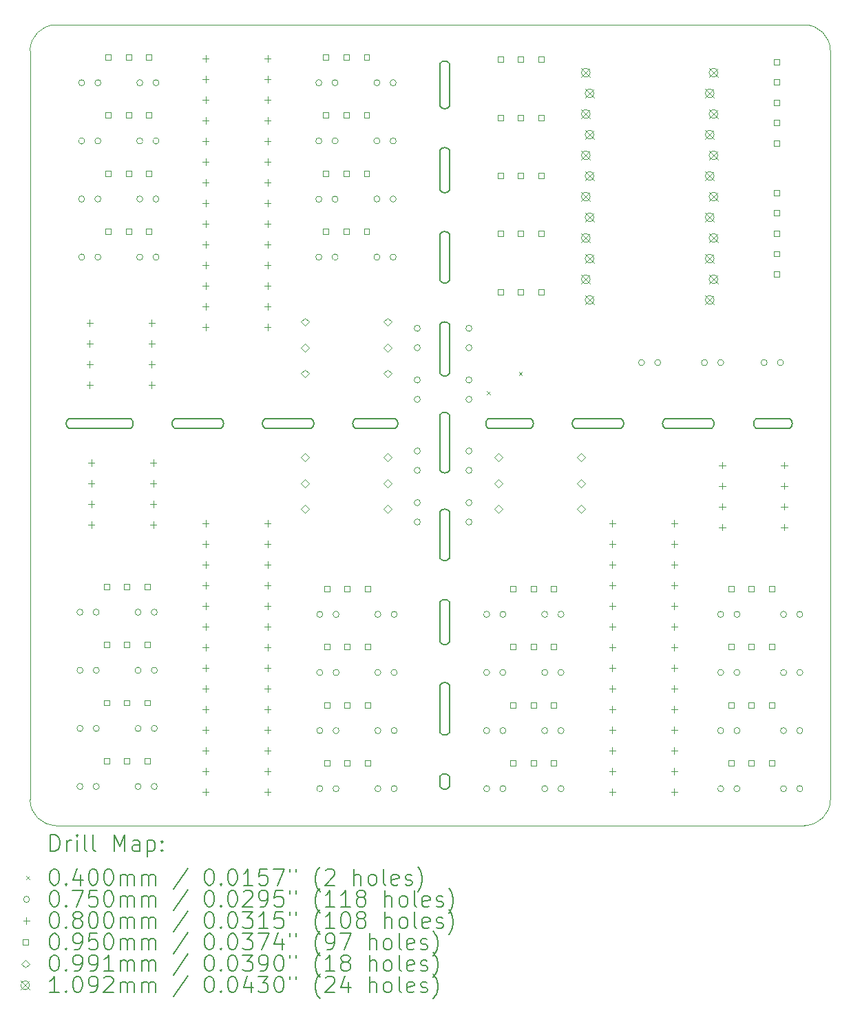
<source format=gbr>
%TF.GenerationSoftware,KiCad,Pcbnew,(6.0.7)*%
%TF.CreationDate,2022-09-26T20:42:48+09:00*%
%TF.ProjectId,xi_cont,78695f63-6f6e-4742-9e6b-696361645f70,rev?*%
%TF.SameCoordinates,Original*%
%TF.FileFunction,Drillmap*%
%TF.FilePolarity,Positive*%
%FSLAX45Y45*%
G04 Gerber Fmt 4.5, Leading zero omitted, Abs format (unit mm)*
G04 Created by KiCad (PCBNEW (6.0.7)) date 2022-09-26 20:42:48*
%MOMM*%
%LPD*%
G01*
G04 APERTURE LIST*
%ADD10C,0.150000*%
%ADD11C,0.100000*%
%ADD12C,0.200000*%
%ADD13C,0.040000*%
%ADD14C,0.075000*%
%ADD15C,0.080000*%
%ADD16C,0.095000*%
%ADD17C,0.099060*%
%ADD18C,0.109220*%
G04 APERTURE END LIST*
D10*
X8215312Y-9366250D02*
G75*
G03*
X8334375Y-9366250I59531J39688D01*
G01*
X8215312Y-7032515D02*
X8215312Y-6461235D01*
X8334375Y-9366250D02*
X8334375Y-8683735D01*
X8334375Y-13255625D02*
X8334375Y-13128735D01*
D11*
X12700000Y-13731875D02*
X3492500Y-13731875D01*
D10*
X8215312Y-10445640D02*
G75*
G03*
X8334375Y-10445640I59531J39688D01*
G01*
X10445640Y-8850321D02*
X9874360Y-8850321D01*
X8334375Y-8175625D02*
X8334375Y-7572485D01*
X5524390Y-8850311D02*
G75*
G03*
X5524391Y-8731250I-39687J59531D01*
G01*
X8215312Y-8175625D02*
G75*
G03*
X8334375Y-8175625I59531J39688D01*
G01*
X7667514Y-8731250D02*
X7175609Y-8731250D01*
X7667513Y-8850311D02*
G75*
G03*
X7667514Y-8731250I-39682J59531D01*
G01*
X8334375Y-7572485D02*
G75*
G03*
X8215312Y-7572485I-59531J-39688D01*
G01*
X8334375Y-4365625D02*
G75*
G03*
X8215312Y-4365625I-59531J-39688D01*
G01*
D11*
X3492500Y-3889375D02*
G75*
G03*
X3175000Y-4206875I0J-317500D01*
G01*
D10*
X7175608Y-8731248D02*
G75*
G03*
X7175609Y-8850313I39693J-59532D01*
G01*
X8334375Y-12005468D02*
G75*
G03*
X8215312Y-12005468I-59531J-39688D01*
G01*
X3651249Y-8731248D02*
G75*
G03*
X3651250Y-8850313I39686J-59532D01*
G01*
X8215312Y-13255625D02*
X8215312Y-13128735D01*
X12517225Y-8850319D02*
G75*
G03*
X12517220Y-8731250I-39694J59533D01*
G01*
X10445635Y-8850314D02*
G75*
G03*
X10445640Y-8731258I-39680J59529D01*
G01*
X10985614Y-8731261D02*
G75*
G03*
X10985610Y-8850316I39681J-59529D01*
G01*
X8215312Y-9366250D02*
X8215312Y-8683735D01*
X5524391Y-8731250D02*
X4953112Y-8731250D01*
X8215312Y-4889390D02*
G75*
G03*
X8334375Y-4889390I59531J39688D01*
G01*
X8215312Y-5921265D02*
G75*
G03*
X8334375Y-5921265I59531J39688D01*
G01*
X8334375Y-11477515D02*
X8334375Y-10985610D01*
D11*
X13017500Y-4206875D02*
X13017500Y-13414375D01*
D10*
X9874356Y-8731251D02*
G75*
G03*
X9874360Y-8850321I39694J-59533D01*
G01*
X5524391Y-8850312D02*
X4953112Y-8850313D01*
X8215312Y-11477515D02*
X8215312Y-10985610D01*
X8215312Y-12588765D02*
X8215312Y-12005468D01*
X11556890Y-8850315D02*
G75*
G03*
X11556895Y-8731259I-39685J59529D01*
G01*
X8334375Y-7032515D02*
X8334375Y-6461235D01*
X4413141Y-8731250D02*
X3651250Y-8731250D01*
X9334394Y-8850323D02*
G75*
G03*
X9334390Y-8731254I-39694J59533D01*
G01*
X8215312Y-4889390D02*
X8215312Y-4365625D01*
X6064358Y-8731248D02*
G75*
G03*
X6064359Y-8850313I39694J-59532D01*
G01*
X8215312Y-10445640D02*
X8215312Y-9874360D01*
X8334375Y-8683735D02*
G75*
G03*
X8215312Y-8683735I-59531J-39688D01*
G01*
X8334375Y-13128735D02*
G75*
G03*
X8215312Y-13128735I-59531J-39688D01*
G01*
D11*
X3492500Y-3889375D02*
X12700000Y-3889375D01*
D10*
X8215312Y-11477515D02*
G75*
G03*
X8334375Y-11477515I59531J39688D01*
G01*
X12517220Y-8731250D02*
X12104690Y-8731250D01*
X10445640Y-8731258D02*
X9874360Y-8731258D01*
X8334375Y-4889390D02*
X8334375Y-4365625D01*
X6635639Y-8731250D02*
X6064359Y-8731250D01*
X12104695Y-8731257D02*
G75*
G03*
X12104690Y-8850313I39680J-59529D01*
G01*
X12517220Y-8850313D02*
X12104690Y-8850313D01*
X8334375Y-5429360D02*
G75*
G03*
X8215312Y-5429360I-59531J-39688D01*
G01*
X8334375Y-12588765D02*
X8334375Y-12005468D01*
D11*
X13017505Y-4206875D02*
G75*
G03*
X12700000Y-3889375I-317505J-5D01*
G01*
D10*
X8334375Y-6461235D02*
G75*
G03*
X8215312Y-6461235I-59531J-39688D01*
G01*
X4413140Y-8850311D02*
G75*
G03*
X4413141Y-8731250I-39687J59531D01*
G01*
D11*
X12700000Y-13731870D02*
G75*
G03*
X13017500Y-13414375I0J317500D01*
G01*
D10*
X8215312Y-7032515D02*
G75*
G03*
X8334375Y-7032515I59531J39688D01*
G01*
X8215312Y-13255625D02*
G75*
G03*
X8334375Y-13255625I59531J39688D01*
G01*
X11556895Y-8731259D02*
X10985610Y-8731254D01*
D11*
X3175000Y-13414375D02*
X3175000Y-4206875D01*
D10*
X9334390Y-8850316D02*
X8810625Y-8850316D01*
X4413141Y-8850313D02*
X3651250Y-8850313D01*
X8334375Y-5921265D02*
X8334375Y-5429360D01*
X6635639Y-8850313D02*
X6064359Y-8850313D01*
X9334390Y-8731254D02*
X8810625Y-8731254D01*
X8334375Y-9874360D02*
G75*
G03*
X8215312Y-9874360I-59531J-39688D01*
G01*
X8334375Y-10445640D02*
X8334375Y-9874360D01*
X8334375Y-10985610D02*
G75*
G03*
X8215312Y-10985610I-59531J-39688D01*
G01*
X8215312Y-8175625D02*
X8215312Y-7572485D01*
X8215312Y-5921265D02*
X8215312Y-5429360D01*
X11556895Y-8850321D02*
X10985610Y-8850316D01*
X8810621Y-8731247D02*
G75*
G03*
X8810625Y-8850316I39698J-59533D01*
G01*
D11*
X3174995Y-13414375D02*
G75*
G03*
X3492500Y-13731875I317505J5D01*
G01*
D10*
X7667514Y-8850313D02*
X7175609Y-8850313D01*
X4953110Y-8731248D02*
G75*
G03*
X4953112Y-8850313I39688J-59532D01*
G01*
X8215312Y-12588765D02*
G75*
G03*
X8334375Y-12588765I59531J39688D01*
G01*
X6635637Y-8850311D02*
G75*
G03*
X6635639Y-8731250I-39681J59531D01*
G01*
D12*
D13*
X8790625Y-8393750D02*
X8830625Y-8433750D01*
X8830625Y-8393750D02*
X8790625Y-8433750D01*
X9187500Y-8155625D02*
X9227500Y-8195625D01*
X9227500Y-8155625D02*
X9187500Y-8195625D01*
D14*
X3826880Y-11110000D02*
G75*
G03*
X3826880Y-11110000I-37500J0D01*
G01*
X3826880Y-11824370D02*
G75*
G03*
X3826880Y-11824370I-37500J0D01*
G01*
X3826880Y-12538750D02*
G75*
G03*
X3826880Y-12538750I-37500J0D01*
G01*
X3826880Y-13253120D02*
G75*
G03*
X3826880Y-13253120I-37500J0D01*
G01*
X3847500Y-4601250D02*
G75*
G03*
X3847500Y-4601250I-37500J0D01*
G01*
X3847500Y-5315620D02*
G75*
G03*
X3847500Y-5315620I-37500J0D01*
G01*
X3847500Y-6030000D02*
G75*
G03*
X3847500Y-6030000I-37500J0D01*
G01*
X3847500Y-6744370D02*
G75*
G03*
X3847500Y-6744370I-37500J0D01*
G01*
X4026880Y-11110000D02*
G75*
G03*
X4026880Y-11110000I-37500J0D01*
G01*
X4026880Y-11824370D02*
G75*
G03*
X4026880Y-11824370I-37500J0D01*
G01*
X4026880Y-12538750D02*
G75*
G03*
X4026880Y-12538750I-37500J0D01*
G01*
X4026880Y-13253120D02*
G75*
G03*
X4026880Y-13253120I-37500J0D01*
G01*
X4047500Y-4601250D02*
G75*
G03*
X4047500Y-4601250I-37500J0D01*
G01*
X4047500Y-5315620D02*
G75*
G03*
X4047500Y-5315620I-37500J0D01*
G01*
X4047500Y-6030000D02*
G75*
G03*
X4047500Y-6030000I-37500J0D01*
G01*
X4047500Y-6744370D02*
G75*
G03*
X4047500Y-6744370I-37500J0D01*
G01*
X4541250Y-11110000D02*
G75*
G03*
X4541250Y-11110000I-37500J0D01*
G01*
X4541250Y-11824370D02*
G75*
G03*
X4541250Y-11824370I-37500J0D01*
G01*
X4541250Y-12538750D02*
G75*
G03*
X4541250Y-12538750I-37500J0D01*
G01*
X4541250Y-13253120D02*
G75*
G03*
X4541250Y-13253120I-37500J0D01*
G01*
X4561880Y-4601250D02*
G75*
G03*
X4561880Y-4601250I-37500J0D01*
G01*
X4561880Y-5315620D02*
G75*
G03*
X4561880Y-5315620I-37500J0D01*
G01*
X4561880Y-6030000D02*
G75*
G03*
X4561880Y-6030000I-37500J0D01*
G01*
X4561880Y-6744370D02*
G75*
G03*
X4561880Y-6744370I-37500J0D01*
G01*
X4741250Y-11110000D02*
G75*
G03*
X4741250Y-11110000I-37500J0D01*
G01*
X4741250Y-11824370D02*
G75*
G03*
X4741250Y-11824370I-37500J0D01*
G01*
X4741250Y-12538750D02*
G75*
G03*
X4741250Y-12538750I-37500J0D01*
G01*
X4741250Y-13253120D02*
G75*
G03*
X4741250Y-13253120I-37500J0D01*
G01*
X4761880Y-4601250D02*
G75*
G03*
X4761880Y-4601250I-37500J0D01*
G01*
X4761880Y-5315620D02*
G75*
G03*
X4761880Y-5315620I-37500J0D01*
G01*
X4761880Y-6030000D02*
G75*
G03*
X4761880Y-6030000I-37500J0D01*
G01*
X4761880Y-6744370D02*
G75*
G03*
X4761880Y-6744370I-37500J0D01*
G01*
X6763750Y-4601250D02*
G75*
G03*
X6763750Y-4601250I-37500J0D01*
G01*
X6763750Y-5315620D02*
G75*
G03*
X6763750Y-5315620I-37500J0D01*
G01*
X6763750Y-6032500D02*
G75*
G03*
X6763750Y-6032500I-37500J0D01*
G01*
X6763750Y-6744370D02*
G75*
G03*
X6763750Y-6744370I-37500J0D01*
G01*
X6775630Y-11136870D02*
G75*
G03*
X6775630Y-11136870I-37500J0D01*
G01*
X6775630Y-11851250D02*
G75*
G03*
X6775630Y-11851250I-37500J0D01*
G01*
X6775630Y-12565620D02*
G75*
G03*
X6775630Y-12565620I-37500J0D01*
G01*
X6775630Y-13280000D02*
G75*
G03*
X6775630Y-13280000I-37500J0D01*
G01*
X6963750Y-4601250D02*
G75*
G03*
X6963750Y-4601250I-37500J0D01*
G01*
X6963750Y-5315620D02*
G75*
G03*
X6963750Y-5315620I-37500J0D01*
G01*
X6963750Y-6032500D02*
G75*
G03*
X6963750Y-6032500I-37500J0D01*
G01*
X6963750Y-6744370D02*
G75*
G03*
X6963750Y-6744370I-37500J0D01*
G01*
X6975630Y-11136870D02*
G75*
G03*
X6975630Y-11136870I-37500J0D01*
G01*
X6975630Y-11851250D02*
G75*
G03*
X6975630Y-11851250I-37500J0D01*
G01*
X6975630Y-12565620D02*
G75*
G03*
X6975630Y-12565620I-37500J0D01*
G01*
X6975630Y-13280000D02*
G75*
G03*
X6975630Y-13280000I-37500J0D01*
G01*
X7478130Y-4601250D02*
G75*
G03*
X7478130Y-4601250I-37500J0D01*
G01*
X7478130Y-5315620D02*
G75*
G03*
X7478130Y-5315620I-37500J0D01*
G01*
X7478130Y-6030000D02*
G75*
G03*
X7478130Y-6030000I-37500J0D01*
G01*
X7478130Y-6744370D02*
G75*
G03*
X7478130Y-6744370I-37500J0D01*
G01*
X7490000Y-11136870D02*
G75*
G03*
X7490000Y-11136870I-37500J0D01*
G01*
X7490000Y-11851250D02*
G75*
G03*
X7490000Y-11851250I-37500J0D01*
G01*
X7490000Y-12565620D02*
G75*
G03*
X7490000Y-12565620I-37500J0D01*
G01*
X7490000Y-13280000D02*
G75*
G03*
X7490000Y-13280000I-37500J0D01*
G01*
X7678130Y-4601250D02*
G75*
G03*
X7678130Y-4601250I-37500J0D01*
G01*
X7678130Y-5315620D02*
G75*
G03*
X7678130Y-5315620I-37500J0D01*
G01*
X7678130Y-6030000D02*
G75*
G03*
X7678130Y-6030000I-37500J0D01*
G01*
X7678130Y-6744370D02*
G75*
G03*
X7678130Y-6744370I-37500J0D01*
G01*
X7690000Y-11136870D02*
G75*
G03*
X7690000Y-11136870I-37500J0D01*
G01*
X7690000Y-11851250D02*
G75*
G03*
X7690000Y-11851250I-37500J0D01*
G01*
X7690000Y-12565620D02*
G75*
G03*
X7690000Y-12565620I-37500J0D01*
G01*
X7690000Y-13280000D02*
G75*
G03*
X7690000Y-13280000I-37500J0D01*
G01*
X7975000Y-7620000D02*
G75*
G03*
X7975000Y-7620000I-37500J0D01*
G01*
X7975000Y-7858120D02*
G75*
G03*
X7975000Y-7858120I-37500J0D01*
G01*
X7975000Y-8255000D02*
G75*
G03*
X7975000Y-8255000I-37500J0D01*
G01*
X7975000Y-8493120D02*
G75*
G03*
X7975000Y-8493120I-37500J0D01*
G01*
X7975000Y-9128120D02*
G75*
G03*
X7975000Y-9128120I-37500J0D01*
G01*
X7975000Y-9366250D02*
G75*
G03*
X7975000Y-9366250I-37500J0D01*
G01*
X7975000Y-9763120D02*
G75*
G03*
X7975000Y-9763120I-37500J0D01*
G01*
X7975000Y-10001250D02*
G75*
G03*
X7975000Y-10001250I-37500J0D01*
G01*
X8610000Y-7620000D02*
G75*
G03*
X8610000Y-7620000I-37500J0D01*
G01*
X8610000Y-7858120D02*
G75*
G03*
X8610000Y-7858120I-37500J0D01*
G01*
X8610000Y-8255000D02*
G75*
G03*
X8610000Y-8255000I-37500J0D01*
G01*
X8610000Y-8493120D02*
G75*
G03*
X8610000Y-8493120I-37500J0D01*
G01*
X8610000Y-9128120D02*
G75*
G03*
X8610000Y-9128120I-37500J0D01*
G01*
X8610000Y-9366250D02*
G75*
G03*
X8610000Y-9366250I-37500J0D01*
G01*
X8610000Y-9763120D02*
G75*
G03*
X8610000Y-9763120I-37500J0D01*
G01*
X8610000Y-10001250D02*
G75*
G03*
X8610000Y-10001250I-37500J0D01*
G01*
X8827500Y-11136870D02*
G75*
G03*
X8827500Y-11136870I-37500J0D01*
G01*
X8827500Y-11851250D02*
G75*
G03*
X8827500Y-11851250I-37500J0D01*
G01*
X8827500Y-12565620D02*
G75*
G03*
X8827500Y-12565620I-37500J0D01*
G01*
X8827500Y-13280000D02*
G75*
G03*
X8827500Y-13280000I-37500J0D01*
G01*
X9027500Y-11136870D02*
G75*
G03*
X9027500Y-11136870I-37500J0D01*
G01*
X9027500Y-11851250D02*
G75*
G03*
X9027500Y-11851250I-37500J0D01*
G01*
X9027500Y-12565620D02*
G75*
G03*
X9027500Y-12565620I-37500J0D01*
G01*
X9027500Y-13280000D02*
G75*
G03*
X9027500Y-13280000I-37500J0D01*
G01*
X9541880Y-11136870D02*
G75*
G03*
X9541880Y-11136870I-37500J0D01*
G01*
X9541880Y-11851250D02*
G75*
G03*
X9541880Y-11851250I-37500J0D01*
G01*
X9541880Y-12565620D02*
G75*
G03*
X9541880Y-12565620I-37500J0D01*
G01*
X9541880Y-13280000D02*
G75*
G03*
X9541880Y-13280000I-37500J0D01*
G01*
X9741880Y-11136870D02*
G75*
G03*
X9741880Y-11136870I-37500J0D01*
G01*
X9741880Y-11851250D02*
G75*
G03*
X9741880Y-11851250I-37500J0D01*
G01*
X9741880Y-12565620D02*
G75*
G03*
X9741880Y-12565620I-37500J0D01*
G01*
X9741880Y-13280000D02*
G75*
G03*
X9741880Y-13280000I-37500J0D01*
G01*
X10732500Y-8041250D02*
G75*
G03*
X10732500Y-8041250I-37500J0D01*
G01*
X10932500Y-8041250D02*
G75*
G03*
X10932500Y-8041250I-37500J0D01*
G01*
X11505630Y-8041250D02*
G75*
G03*
X11505630Y-8041250I-37500J0D01*
G01*
X11705630Y-8041250D02*
G75*
G03*
X11705630Y-8041250I-37500J0D01*
G01*
X11705630Y-11136870D02*
G75*
G03*
X11705630Y-11136870I-37500J0D01*
G01*
X11705630Y-11851250D02*
G75*
G03*
X11705630Y-11851250I-37500J0D01*
G01*
X11705630Y-12565620D02*
G75*
G03*
X11705630Y-12565620I-37500J0D01*
G01*
X11705630Y-13280000D02*
G75*
G03*
X11705630Y-13280000I-37500J0D01*
G01*
X11905630Y-11136870D02*
G75*
G03*
X11905630Y-11136870I-37500J0D01*
G01*
X11905630Y-11851250D02*
G75*
G03*
X11905630Y-11851250I-37500J0D01*
G01*
X11905630Y-12565620D02*
G75*
G03*
X11905630Y-12565620I-37500J0D01*
G01*
X11905630Y-13280000D02*
G75*
G03*
X11905630Y-13280000I-37500J0D01*
G01*
X12240630Y-8041250D02*
G75*
G03*
X12240630Y-8041250I-37500J0D01*
G01*
X12440630Y-8041250D02*
G75*
G03*
X12440630Y-8041250I-37500J0D01*
G01*
X12478750Y-11136870D02*
G75*
G03*
X12478750Y-11136870I-37500J0D01*
G01*
X12478750Y-11851250D02*
G75*
G03*
X12478750Y-11851250I-37500J0D01*
G01*
X12478750Y-12565620D02*
G75*
G03*
X12478750Y-12565620I-37500J0D01*
G01*
X12478750Y-13280000D02*
G75*
G03*
X12478750Y-13280000I-37500J0D01*
G01*
X12678750Y-11136870D02*
G75*
G03*
X12678750Y-11136870I-37500J0D01*
G01*
X12678750Y-11851250D02*
G75*
G03*
X12678750Y-11851250I-37500J0D01*
G01*
X12678750Y-12565620D02*
G75*
G03*
X12678750Y-12565620I-37500J0D01*
G01*
X12678750Y-13280000D02*
G75*
G03*
X12678750Y-13280000I-37500J0D01*
G01*
D15*
X3909500Y-7514870D02*
X3909500Y-7594870D01*
X3869500Y-7554870D02*
X3949500Y-7554870D01*
X3909500Y-7768870D02*
X3909500Y-7848870D01*
X3869500Y-7808870D02*
X3949500Y-7808870D01*
X3909500Y-8022870D02*
X3909500Y-8102870D01*
X3869500Y-8062870D02*
X3949500Y-8062870D01*
X3909500Y-8276870D02*
X3909500Y-8356870D01*
X3869500Y-8316870D02*
X3949500Y-8316870D01*
X3929630Y-9233000D02*
X3929630Y-9313000D01*
X3889630Y-9273000D02*
X3969630Y-9273000D01*
X3929630Y-9487000D02*
X3929630Y-9567000D01*
X3889630Y-9527000D02*
X3969630Y-9527000D01*
X3929630Y-9741000D02*
X3929630Y-9821000D01*
X3889630Y-9781000D02*
X3969630Y-9781000D01*
X3929630Y-9995000D02*
X3929630Y-10075000D01*
X3889630Y-10035000D02*
X3969630Y-10035000D01*
X4671500Y-7514870D02*
X4671500Y-7594870D01*
X4631500Y-7554870D02*
X4711500Y-7554870D01*
X4671500Y-7768870D02*
X4671500Y-7848870D01*
X4631500Y-7808870D02*
X4711500Y-7808870D01*
X4671500Y-8022870D02*
X4671500Y-8102870D01*
X4631500Y-8062870D02*
X4711500Y-8062870D01*
X4671500Y-8276870D02*
X4671500Y-8356870D01*
X4631500Y-8316870D02*
X4711500Y-8316870D01*
X4691630Y-9233000D02*
X4691630Y-9313000D01*
X4651630Y-9273000D02*
X4731630Y-9273000D01*
X4691630Y-9487000D02*
X4691630Y-9567000D01*
X4651630Y-9527000D02*
X4731630Y-9527000D01*
X4691630Y-9741000D02*
X4691630Y-9821000D01*
X4651630Y-9781000D02*
X4731630Y-9781000D01*
X4691630Y-9995000D02*
X4691630Y-10075000D01*
X4651630Y-10035000D02*
X4731630Y-10035000D01*
X5335000Y-4263120D02*
X5335000Y-4343120D01*
X5295000Y-4303120D02*
X5375000Y-4303120D01*
X5335000Y-4517120D02*
X5335000Y-4597120D01*
X5295000Y-4557120D02*
X5375000Y-4557120D01*
X5335000Y-4771120D02*
X5335000Y-4851120D01*
X5295000Y-4811120D02*
X5375000Y-4811120D01*
X5335000Y-5025120D02*
X5335000Y-5105120D01*
X5295000Y-5065120D02*
X5375000Y-5065120D01*
X5335000Y-5279120D02*
X5335000Y-5359120D01*
X5295000Y-5319120D02*
X5375000Y-5319120D01*
X5335000Y-5533120D02*
X5335000Y-5613120D01*
X5295000Y-5573120D02*
X5375000Y-5573120D01*
X5335000Y-5787120D02*
X5335000Y-5867120D01*
X5295000Y-5827120D02*
X5375000Y-5827120D01*
X5335000Y-6041120D02*
X5335000Y-6121120D01*
X5295000Y-6081120D02*
X5375000Y-6081120D01*
X5335000Y-6295120D02*
X5335000Y-6375120D01*
X5295000Y-6335120D02*
X5375000Y-6335120D01*
X5335000Y-6549120D02*
X5335000Y-6629120D01*
X5295000Y-6589120D02*
X5375000Y-6589120D01*
X5335000Y-6803120D02*
X5335000Y-6883120D01*
X5295000Y-6843120D02*
X5375000Y-6843120D01*
X5335000Y-7057120D02*
X5335000Y-7137120D01*
X5295000Y-7097120D02*
X5375000Y-7097120D01*
X5335000Y-7311120D02*
X5335000Y-7391120D01*
X5295000Y-7351120D02*
X5375000Y-7351120D01*
X5335000Y-7565120D02*
X5335000Y-7645120D01*
X5295000Y-7605120D02*
X5375000Y-7605120D01*
X5335000Y-9978120D02*
X5335000Y-10058120D01*
X5295000Y-10018120D02*
X5375000Y-10018120D01*
X5335000Y-10232120D02*
X5335000Y-10312120D01*
X5295000Y-10272120D02*
X5375000Y-10272120D01*
X5335000Y-10486120D02*
X5335000Y-10566120D01*
X5295000Y-10526120D02*
X5375000Y-10526120D01*
X5335000Y-10740120D02*
X5335000Y-10820120D01*
X5295000Y-10780120D02*
X5375000Y-10780120D01*
X5335000Y-10994120D02*
X5335000Y-11074120D01*
X5295000Y-11034120D02*
X5375000Y-11034120D01*
X5335000Y-11248120D02*
X5335000Y-11328120D01*
X5295000Y-11288120D02*
X5375000Y-11288120D01*
X5335000Y-11502120D02*
X5335000Y-11582120D01*
X5295000Y-11542120D02*
X5375000Y-11542120D01*
X5335000Y-11756120D02*
X5335000Y-11836120D01*
X5295000Y-11796120D02*
X5375000Y-11796120D01*
X5335000Y-12010120D02*
X5335000Y-12090120D01*
X5295000Y-12050120D02*
X5375000Y-12050120D01*
X5335000Y-12264120D02*
X5335000Y-12344120D01*
X5295000Y-12304120D02*
X5375000Y-12304120D01*
X5335000Y-12518120D02*
X5335000Y-12598120D01*
X5295000Y-12558120D02*
X5375000Y-12558120D01*
X5335000Y-12772120D02*
X5335000Y-12852120D01*
X5295000Y-12812120D02*
X5375000Y-12812120D01*
X5335000Y-13026120D02*
X5335000Y-13106120D01*
X5295000Y-13066120D02*
X5375000Y-13066120D01*
X5335000Y-13280120D02*
X5335000Y-13360120D01*
X5295000Y-13320120D02*
X5375000Y-13320120D01*
X6097000Y-4263120D02*
X6097000Y-4343120D01*
X6057000Y-4303120D02*
X6137000Y-4303120D01*
X6097000Y-4517120D02*
X6097000Y-4597120D01*
X6057000Y-4557120D02*
X6137000Y-4557120D01*
X6097000Y-4771120D02*
X6097000Y-4851120D01*
X6057000Y-4811120D02*
X6137000Y-4811120D01*
X6097000Y-5025120D02*
X6097000Y-5105120D01*
X6057000Y-5065120D02*
X6137000Y-5065120D01*
X6097000Y-5279120D02*
X6097000Y-5359120D01*
X6057000Y-5319120D02*
X6137000Y-5319120D01*
X6097000Y-5533120D02*
X6097000Y-5613120D01*
X6057000Y-5573120D02*
X6137000Y-5573120D01*
X6097000Y-5787120D02*
X6097000Y-5867120D01*
X6057000Y-5827120D02*
X6137000Y-5827120D01*
X6097000Y-6041120D02*
X6097000Y-6121120D01*
X6057000Y-6081120D02*
X6137000Y-6081120D01*
X6097000Y-6295120D02*
X6097000Y-6375120D01*
X6057000Y-6335120D02*
X6137000Y-6335120D01*
X6097000Y-6549120D02*
X6097000Y-6629120D01*
X6057000Y-6589120D02*
X6137000Y-6589120D01*
X6097000Y-6803120D02*
X6097000Y-6883120D01*
X6057000Y-6843120D02*
X6137000Y-6843120D01*
X6097000Y-7057120D02*
X6097000Y-7137120D01*
X6057000Y-7097120D02*
X6137000Y-7097120D01*
X6097000Y-7311120D02*
X6097000Y-7391120D01*
X6057000Y-7351120D02*
X6137000Y-7351120D01*
X6097000Y-7565120D02*
X6097000Y-7645120D01*
X6057000Y-7605120D02*
X6137000Y-7605120D01*
X6097000Y-9978120D02*
X6097000Y-10058120D01*
X6057000Y-10018120D02*
X6137000Y-10018120D01*
X6097000Y-10232120D02*
X6097000Y-10312120D01*
X6057000Y-10272120D02*
X6137000Y-10272120D01*
X6097000Y-10486120D02*
X6097000Y-10566120D01*
X6057000Y-10526120D02*
X6137000Y-10526120D01*
X6097000Y-10740120D02*
X6097000Y-10820120D01*
X6057000Y-10780120D02*
X6137000Y-10780120D01*
X6097000Y-10994120D02*
X6097000Y-11074120D01*
X6057000Y-11034120D02*
X6137000Y-11034120D01*
X6097000Y-11248120D02*
X6097000Y-11328120D01*
X6057000Y-11288120D02*
X6137000Y-11288120D01*
X6097000Y-11502120D02*
X6097000Y-11582120D01*
X6057000Y-11542120D02*
X6137000Y-11542120D01*
X6097000Y-11756120D02*
X6097000Y-11836120D01*
X6057000Y-11796120D02*
X6137000Y-11796120D01*
X6097000Y-12010120D02*
X6097000Y-12090120D01*
X6057000Y-12050120D02*
X6137000Y-12050120D01*
X6097000Y-12264120D02*
X6097000Y-12344120D01*
X6057000Y-12304120D02*
X6137000Y-12304120D01*
X6097000Y-12518120D02*
X6097000Y-12598120D01*
X6057000Y-12558120D02*
X6137000Y-12558120D01*
X6097000Y-12772120D02*
X6097000Y-12852120D01*
X6057000Y-12812120D02*
X6137000Y-12812120D01*
X6097000Y-13026120D02*
X6097000Y-13106120D01*
X6057000Y-13066120D02*
X6137000Y-13066120D01*
X6097000Y-13280120D02*
X6097000Y-13360120D01*
X6057000Y-13320120D02*
X6137000Y-13320120D01*
X10335630Y-9978120D02*
X10335630Y-10058120D01*
X10295630Y-10018120D02*
X10375630Y-10018120D01*
X10335630Y-10232120D02*
X10335630Y-10312120D01*
X10295630Y-10272120D02*
X10375630Y-10272120D01*
X10335630Y-10486120D02*
X10335630Y-10566120D01*
X10295630Y-10526120D02*
X10375630Y-10526120D01*
X10335630Y-10740120D02*
X10335630Y-10820120D01*
X10295630Y-10780120D02*
X10375630Y-10780120D01*
X10335630Y-10994120D02*
X10335630Y-11074120D01*
X10295630Y-11034120D02*
X10375630Y-11034120D01*
X10335630Y-11248120D02*
X10335630Y-11328120D01*
X10295630Y-11288120D02*
X10375630Y-11288120D01*
X10335630Y-11502120D02*
X10335630Y-11582120D01*
X10295630Y-11542120D02*
X10375630Y-11542120D01*
X10335630Y-11756120D02*
X10335630Y-11836120D01*
X10295630Y-11796120D02*
X10375630Y-11796120D01*
X10335630Y-12010120D02*
X10335630Y-12090120D01*
X10295630Y-12050120D02*
X10375630Y-12050120D01*
X10335630Y-12264120D02*
X10335630Y-12344120D01*
X10295630Y-12304120D02*
X10375630Y-12304120D01*
X10335630Y-12518120D02*
X10335630Y-12598120D01*
X10295630Y-12558120D02*
X10375630Y-12558120D01*
X10335630Y-12772120D02*
X10335630Y-12852120D01*
X10295630Y-12812120D02*
X10375630Y-12812120D01*
X10335630Y-13026120D02*
X10335630Y-13106120D01*
X10295630Y-13066120D02*
X10375630Y-13066120D01*
X10335630Y-13280120D02*
X10335630Y-13360120D01*
X10295630Y-13320120D02*
X10375630Y-13320120D01*
X11097630Y-9978120D02*
X11097630Y-10058120D01*
X11057630Y-10018120D02*
X11137630Y-10018120D01*
X11097630Y-10232120D02*
X11097630Y-10312120D01*
X11057630Y-10272120D02*
X11137630Y-10272120D01*
X11097630Y-10486120D02*
X11097630Y-10566120D01*
X11057630Y-10526120D02*
X11137630Y-10526120D01*
X11097630Y-10740120D02*
X11097630Y-10820120D01*
X11057630Y-10780120D02*
X11137630Y-10780120D01*
X11097630Y-10994120D02*
X11097630Y-11074120D01*
X11057630Y-11034120D02*
X11137630Y-11034120D01*
X11097630Y-11248120D02*
X11097630Y-11328120D01*
X11057630Y-11288120D02*
X11137630Y-11288120D01*
X11097630Y-11502120D02*
X11097630Y-11582120D01*
X11057630Y-11542120D02*
X11137630Y-11542120D01*
X11097630Y-11756120D02*
X11097630Y-11836120D01*
X11057630Y-11796120D02*
X11137630Y-11796120D01*
X11097630Y-12010120D02*
X11097630Y-12090120D01*
X11057630Y-12050120D02*
X11137630Y-12050120D01*
X11097630Y-12264120D02*
X11097630Y-12344120D01*
X11057630Y-12304120D02*
X11137630Y-12304120D01*
X11097630Y-12518120D02*
X11097630Y-12598120D01*
X11057630Y-12558120D02*
X11137630Y-12558120D01*
X11097630Y-12772120D02*
X11097630Y-12852120D01*
X11057630Y-12812120D02*
X11137630Y-12812120D01*
X11097630Y-13026120D02*
X11097630Y-13106120D01*
X11057630Y-13066120D02*
X11137630Y-13066120D01*
X11097630Y-13280120D02*
X11097630Y-13360120D01*
X11057630Y-13320120D02*
X11137630Y-13320120D01*
X11688250Y-9263750D02*
X11688250Y-9343750D01*
X11648250Y-9303750D02*
X11728250Y-9303750D01*
X11688250Y-9517750D02*
X11688250Y-9597750D01*
X11648250Y-9557750D02*
X11728250Y-9557750D01*
X11688250Y-9771750D02*
X11688250Y-9851750D01*
X11648250Y-9811750D02*
X11728250Y-9811750D01*
X11688250Y-10025750D02*
X11688250Y-10105750D01*
X11648250Y-10065750D02*
X11728250Y-10065750D01*
X12450250Y-9263750D02*
X12450250Y-9343750D01*
X12410250Y-9303750D02*
X12490250Y-9303750D01*
X12450250Y-9517750D02*
X12450250Y-9597750D01*
X12410250Y-9557750D02*
X12490250Y-9557750D01*
X12450250Y-9771750D02*
X12450250Y-9851750D01*
X12410250Y-9811750D02*
X12490250Y-9811750D01*
X12450250Y-10025750D02*
X12450250Y-10105750D01*
X12410250Y-10065750D02*
X12490250Y-10065750D01*
D16*
X4149218Y-10828588D02*
X4149218Y-10761412D01*
X4082042Y-10761412D01*
X4082042Y-10828588D01*
X4149218Y-10828588D01*
X4149218Y-11542958D02*
X4149218Y-11475782D01*
X4082042Y-11475782D01*
X4082042Y-11542958D01*
X4149218Y-11542958D01*
X4149218Y-12257338D02*
X4149218Y-12190162D01*
X4082042Y-12190162D01*
X4082042Y-12257338D01*
X4149218Y-12257338D01*
X4149218Y-12971708D02*
X4149218Y-12904532D01*
X4082042Y-12904532D01*
X4082042Y-12971708D01*
X4149218Y-12971708D01*
X4169838Y-4319838D02*
X4169838Y-4252662D01*
X4102662Y-4252662D01*
X4102662Y-4319838D01*
X4169838Y-4319838D01*
X4169838Y-5034208D02*
X4169838Y-4967032D01*
X4102662Y-4967032D01*
X4102662Y-5034208D01*
X4169838Y-5034208D01*
X4169838Y-5748588D02*
X4169838Y-5681412D01*
X4102662Y-5681412D01*
X4102662Y-5748588D01*
X4169838Y-5748588D01*
X4169838Y-6462958D02*
X4169838Y-6395782D01*
X4102662Y-6395782D01*
X4102662Y-6462958D01*
X4169838Y-6462958D01*
X4399218Y-10828588D02*
X4399218Y-10761412D01*
X4332042Y-10761412D01*
X4332042Y-10828588D01*
X4399218Y-10828588D01*
X4399218Y-11542958D02*
X4399218Y-11475782D01*
X4332042Y-11475782D01*
X4332042Y-11542958D01*
X4399218Y-11542958D01*
X4399218Y-12257338D02*
X4399218Y-12190162D01*
X4332042Y-12190162D01*
X4332042Y-12257338D01*
X4399218Y-12257338D01*
X4399218Y-12971708D02*
X4399218Y-12904532D01*
X4332042Y-12904532D01*
X4332042Y-12971708D01*
X4399218Y-12971708D01*
X4419838Y-4319838D02*
X4419838Y-4252662D01*
X4352662Y-4252662D01*
X4352662Y-4319838D01*
X4419838Y-4319838D01*
X4419838Y-5034208D02*
X4419838Y-4967032D01*
X4352662Y-4967032D01*
X4352662Y-5034208D01*
X4419838Y-5034208D01*
X4419838Y-5748588D02*
X4419838Y-5681412D01*
X4352662Y-5681412D01*
X4352662Y-5748588D01*
X4419838Y-5748588D01*
X4419838Y-6462958D02*
X4419838Y-6395782D01*
X4352662Y-6395782D01*
X4352662Y-6462958D01*
X4419838Y-6462958D01*
X4649218Y-10828588D02*
X4649218Y-10761412D01*
X4582042Y-10761412D01*
X4582042Y-10828588D01*
X4649218Y-10828588D01*
X4649218Y-11542958D02*
X4649218Y-11475782D01*
X4582042Y-11475782D01*
X4582042Y-11542958D01*
X4649218Y-11542958D01*
X4649218Y-12257338D02*
X4649218Y-12190162D01*
X4582042Y-12190162D01*
X4582042Y-12257338D01*
X4649218Y-12257338D01*
X4649218Y-12971708D02*
X4649218Y-12904532D01*
X4582042Y-12904532D01*
X4582042Y-12971708D01*
X4649218Y-12971708D01*
X4669838Y-4319838D02*
X4669838Y-4252662D01*
X4602662Y-4252662D01*
X4602662Y-4319838D01*
X4669838Y-4319838D01*
X4669838Y-5034208D02*
X4669838Y-4967032D01*
X4602662Y-4967032D01*
X4602662Y-5034208D01*
X4669838Y-5034208D01*
X4669838Y-5748588D02*
X4669838Y-5681412D01*
X4602662Y-5681412D01*
X4602662Y-5748588D01*
X4669838Y-5748588D01*
X4669838Y-6462958D02*
X4669838Y-6395782D01*
X4602662Y-6395782D01*
X4602662Y-6462958D01*
X4669838Y-6462958D01*
X6847968Y-4319838D02*
X6847968Y-4252662D01*
X6780792Y-4252662D01*
X6780792Y-4319838D01*
X6847968Y-4319838D01*
X6847968Y-5034208D02*
X6847968Y-4967032D01*
X6780792Y-4967032D01*
X6780792Y-5034208D01*
X6847968Y-5034208D01*
X6847968Y-5748588D02*
X6847968Y-5681412D01*
X6780792Y-5681412D01*
X6780792Y-5748588D01*
X6847968Y-5748588D01*
X6847968Y-6462958D02*
X6847968Y-6395782D01*
X6780792Y-6395782D01*
X6780792Y-6462958D01*
X6847968Y-6462958D01*
X6859838Y-10855458D02*
X6859838Y-10788282D01*
X6792662Y-10788282D01*
X6792662Y-10855458D01*
X6859838Y-10855458D01*
X6859838Y-11569838D02*
X6859838Y-11502662D01*
X6792662Y-11502662D01*
X6792662Y-11569838D01*
X6859838Y-11569838D01*
X6859838Y-12284208D02*
X6859838Y-12217032D01*
X6792662Y-12217032D01*
X6792662Y-12284208D01*
X6859838Y-12284208D01*
X6859838Y-12998588D02*
X6859838Y-12931412D01*
X6792662Y-12931412D01*
X6792662Y-12998588D01*
X6859838Y-12998588D01*
X7097968Y-4319838D02*
X7097968Y-4252662D01*
X7030792Y-4252662D01*
X7030792Y-4319838D01*
X7097968Y-4319838D01*
X7097968Y-5034208D02*
X7097968Y-4967032D01*
X7030792Y-4967032D01*
X7030792Y-5034208D01*
X7097968Y-5034208D01*
X7097968Y-5748588D02*
X7097968Y-5681412D01*
X7030792Y-5681412D01*
X7030792Y-5748588D01*
X7097968Y-5748588D01*
X7097968Y-6462958D02*
X7097968Y-6395782D01*
X7030792Y-6395782D01*
X7030792Y-6462958D01*
X7097968Y-6462958D01*
X7109838Y-10855458D02*
X7109838Y-10788282D01*
X7042662Y-10788282D01*
X7042662Y-10855458D01*
X7109838Y-10855458D01*
X7109838Y-11569838D02*
X7109838Y-11502662D01*
X7042662Y-11502662D01*
X7042662Y-11569838D01*
X7109838Y-11569838D01*
X7109838Y-12284208D02*
X7109838Y-12217032D01*
X7042662Y-12217032D01*
X7042662Y-12284208D01*
X7109838Y-12284208D01*
X7109838Y-12998588D02*
X7109838Y-12931412D01*
X7042662Y-12931412D01*
X7042662Y-12998588D01*
X7109838Y-12998588D01*
X7347968Y-4319838D02*
X7347968Y-4252662D01*
X7280792Y-4252662D01*
X7280792Y-4319838D01*
X7347968Y-4319838D01*
X7347968Y-5034208D02*
X7347968Y-4967032D01*
X7280792Y-4967032D01*
X7280792Y-5034208D01*
X7347968Y-5034208D01*
X7347968Y-5748588D02*
X7347968Y-5681412D01*
X7280792Y-5681412D01*
X7280792Y-5748588D01*
X7347968Y-5748588D01*
X7347968Y-6462958D02*
X7347968Y-6395782D01*
X7280792Y-6395782D01*
X7280792Y-6462958D01*
X7347968Y-6462958D01*
X7359838Y-10855458D02*
X7359838Y-10788282D01*
X7292662Y-10788282D01*
X7292662Y-10855458D01*
X7359838Y-10855458D01*
X7359838Y-11569838D02*
X7359838Y-11502662D01*
X7292662Y-11502662D01*
X7292662Y-11569838D01*
X7359838Y-11569838D01*
X7359838Y-12284208D02*
X7359838Y-12217032D01*
X7292662Y-12217032D01*
X7292662Y-12284208D01*
X7359838Y-12284208D01*
X7359838Y-12998588D02*
X7359838Y-12931412D01*
X7292662Y-12931412D01*
X7292662Y-12998588D01*
X7359838Y-12998588D01*
X8991088Y-4346708D02*
X8991088Y-4279532D01*
X8923912Y-4279532D01*
X8923912Y-4346708D01*
X8991088Y-4346708D01*
X8991088Y-5061088D02*
X8991088Y-4993912D01*
X8923912Y-4993912D01*
X8923912Y-5061088D01*
X8991088Y-5061088D01*
X8991088Y-5775458D02*
X8991088Y-5708282D01*
X8923912Y-5708282D01*
X8923912Y-5775458D01*
X8991088Y-5775458D01*
X8991088Y-6489838D02*
X8991088Y-6422662D01*
X8923912Y-6422662D01*
X8923912Y-6489838D01*
X8991088Y-6489838D01*
X8991088Y-7204208D02*
X8991088Y-7137032D01*
X8923912Y-7137032D01*
X8923912Y-7204208D01*
X8991088Y-7204208D01*
X9149838Y-10855458D02*
X9149838Y-10788282D01*
X9082662Y-10788282D01*
X9082662Y-10855458D01*
X9149838Y-10855458D01*
X9149838Y-11569838D02*
X9149838Y-11502662D01*
X9082662Y-11502662D01*
X9082662Y-11569838D01*
X9149838Y-11569838D01*
X9149838Y-12284208D02*
X9149838Y-12217032D01*
X9082662Y-12217032D01*
X9082662Y-12284208D01*
X9149838Y-12284208D01*
X9149838Y-12998588D02*
X9149838Y-12931412D01*
X9082662Y-12931412D01*
X9082662Y-12998588D01*
X9149838Y-12998588D01*
X9241088Y-4346708D02*
X9241088Y-4279532D01*
X9173912Y-4279532D01*
X9173912Y-4346708D01*
X9241088Y-4346708D01*
X9241088Y-5061088D02*
X9241088Y-4993912D01*
X9173912Y-4993912D01*
X9173912Y-5061088D01*
X9241088Y-5061088D01*
X9241088Y-5775458D02*
X9241088Y-5708282D01*
X9173912Y-5708282D01*
X9173912Y-5775458D01*
X9241088Y-5775458D01*
X9241088Y-6489838D02*
X9241088Y-6422662D01*
X9173912Y-6422662D01*
X9173912Y-6489838D01*
X9241088Y-6489838D01*
X9241088Y-7204208D02*
X9241088Y-7137032D01*
X9173912Y-7137032D01*
X9173912Y-7204208D01*
X9241088Y-7204208D01*
X9399838Y-10855458D02*
X9399838Y-10788282D01*
X9332662Y-10788282D01*
X9332662Y-10855458D01*
X9399838Y-10855458D01*
X9399838Y-11569838D02*
X9399838Y-11502662D01*
X9332662Y-11502662D01*
X9332662Y-11569838D01*
X9399838Y-11569838D01*
X9399838Y-12284208D02*
X9399838Y-12217032D01*
X9332662Y-12217032D01*
X9332662Y-12284208D01*
X9399838Y-12284208D01*
X9399838Y-12998588D02*
X9399838Y-12931412D01*
X9332662Y-12931412D01*
X9332662Y-12998588D01*
X9399838Y-12998588D01*
X9491088Y-4346708D02*
X9491088Y-4279532D01*
X9423912Y-4279532D01*
X9423912Y-4346708D01*
X9491088Y-4346708D01*
X9491088Y-5061088D02*
X9491088Y-4993912D01*
X9423912Y-4993912D01*
X9423912Y-5061088D01*
X9491088Y-5061088D01*
X9491088Y-5775458D02*
X9491088Y-5708282D01*
X9423912Y-5708282D01*
X9423912Y-5775458D01*
X9491088Y-5775458D01*
X9491088Y-6489838D02*
X9491088Y-6422662D01*
X9423912Y-6422662D01*
X9423912Y-6489838D01*
X9491088Y-6489838D01*
X9491088Y-7204208D02*
X9491088Y-7137032D01*
X9423912Y-7137032D01*
X9423912Y-7204208D01*
X9491088Y-7204208D01*
X9649838Y-10855458D02*
X9649838Y-10788282D01*
X9582662Y-10788282D01*
X9582662Y-10855458D01*
X9649838Y-10855458D01*
X9649838Y-11569838D02*
X9649838Y-11502662D01*
X9582662Y-11502662D01*
X9582662Y-11569838D01*
X9649838Y-11569838D01*
X9649838Y-12284208D02*
X9649838Y-12217032D01*
X9582662Y-12217032D01*
X9582662Y-12284208D01*
X9649838Y-12284208D01*
X9649838Y-12998588D02*
X9649838Y-12931412D01*
X9582662Y-12931412D01*
X9582662Y-12998588D01*
X9649838Y-12998588D01*
X11827968Y-10855458D02*
X11827968Y-10788282D01*
X11760792Y-10788282D01*
X11760792Y-10855458D01*
X11827968Y-10855458D01*
X11827968Y-11569838D02*
X11827968Y-11502662D01*
X11760792Y-11502662D01*
X11760792Y-11569838D01*
X11827968Y-11569838D01*
X11827968Y-12284208D02*
X11827968Y-12217032D01*
X11760792Y-12217032D01*
X11760792Y-12284208D01*
X11827968Y-12284208D01*
X11827968Y-12998588D02*
X11827968Y-12931412D01*
X11760792Y-12931412D01*
X11760792Y-12998588D01*
X11827968Y-12998588D01*
X12077968Y-10855458D02*
X12077968Y-10788282D01*
X12010792Y-10788282D01*
X12010792Y-10855458D01*
X12077968Y-10855458D01*
X12077968Y-11569838D02*
X12077968Y-11502662D01*
X12010792Y-11502662D01*
X12010792Y-11569838D01*
X12077968Y-11569838D01*
X12077968Y-12284208D02*
X12077968Y-12217032D01*
X12010792Y-12217032D01*
X12010792Y-12284208D01*
X12077968Y-12284208D01*
X12077968Y-12998588D02*
X12077968Y-12931412D01*
X12010792Y-12931412D01*
X12010792Y-12998588D01*
X12077968Y-12998588D01*
X12327968Y-10855458D02*
X12327968Y-10788282D01*
X12260792Y-10788282D01*
X12260792Y-10855458D01*
X12327968Y-10855458D01*
X12327968Y-11569838D02*
X12327968Y-11502662D01*
X12260792Y-11502662D01*
X12260792Y-11569838D01*
X12327968Y-11569838D01*
X12327968Y-12284208D02*
X12327968Y-12217032D01*
X12260792Y-12217032D01*
X12260792Y-12284208D01*
X12327968Y-12284208D01*
X12327968Y-12998588D02*
X12327968Y-12931412D01*
X12260792Y-12931412D01*
X12260792Y-12998588D01*
X12327968Y-12998588D01*
X12389218Y-4375458D02*
X12389218Y-4308282D01*
X12322042Y-4308282D01*
X12322042Y-4375458D01*
X12389218Y-4375458D01*
X12389218Y-4625458D02*
X12389218Y-4558282D01*
X12322042Y-4558282D01*
X12322042Y-4625458D01*
X12389218Y-4625458D01*
X12389218Y-4875458D02*
X12389218Y-4808282D01*
X12322042Y-4808282D01*
X12322042Y-4875458D01*
X12389218Y-4875458D01*
X12389218Y-5125458D02*
X12389218Y-5058282D01*
X12322042Y-5058282D01*
X12322042Y-5125458D01*
X12389218Y-5125458D01*
X12389218Y-5375458D02*
X12389218Y-5308282D01*
X12322042Y-5308282D01*
X12322042Y-5375458D01*
X12389218Y-5375458D01*
X12389218Y-5986713D02*
X12389218Y-5919537D01*
X12322042Y-5919537D01*
X12322042Y-5986713D01*
X12389218Y-5986713D01*
X12389218Y-6236713D02*
X12389218Y-6169537D01*
X12322042Y-6169537D01*
X12322042Y-6236713D01*
X12389218Y-6236713D01*
X12389218Y-6486713D02*
X12389218Y-6419537D01*
X12322042Y-6419537D01*
X12322042Y-6486713D01*
X12389218Y-6486713D01*
X12389218Y-6736713D02*
X12389218Y-6669537D01*
X12322042Y-6669537D01*
X12322042Y-6736713D01*
X12389218Y-6736713D01*
X12389218Y-6986713D02*
X12389218Y-6919537D01*
X12322042Y-6919537D01*
X12322042Y-6986713D01*
X12389218Y-6986713D01*
D17*
X6556380Y-7590150D02*
X6605910Y-7540620D01*
X6556380Y-7491090D01*
X6506850Y-7540620D01*
X6556380Y-7590150D01*
X6556380Y-7907650D02*
X6605910Y-7858120D01*
X6556380Y-7808590D01*
X6506850Y-7858120D01*
X6556380Y-7907650D01*
X6556380Y-8225150D02*
X6605910Y-8175620D01*
X6556380Y-8126090D01*
X6506850Y-8175620D01*
X6556380Y-8225150D01*
X6556380Y-9257030D02*
X6605910Y-9207500D01*
X6556380Y-9157970D01*
X6506850Y-9207500D01*
X6556380Y-9257030D01*
X6556380Y-9574530D02*
X6605910Y-9525000D01*
X6556380Y-9475470D01*
X6506850Y-9525000D01*
X6556380Y-9574530D01*
X6556380Y-9892030D02*
X6605910Y-9842500D01*
X6556380Y-9792970D01*
X6506850Y-9842500D01*
X6556380Y-9892030D01*
X7572380Y-7590150D02*
X7621910Y-7540620D01*
X7572380Y-7491090D01*
X7522850Y-7540620D01*
X7572380Y-7590150D01*
X7572380Y-7907650D02*
X7621910Y-7858120D01*
X7572380Y-7808590D01*
X7522850Y-7858120D01*
X7572380Y-7907650D01*
X7572380Y-8225150D02*
X7621910Y-8175620D01*
X7572380Y-8126090D01*
X7522850Y-8175620D01*
X7572380Y-8225150D01*
X7572380Y-9257030D02*
X7621910Y-9207500D01*
X7572380Y-9157970D01*
X7522850Y-9207500D01*
X7572380Y-9257030D01*
X7572380Y-9574530D02*
X7621910Y-9525000D01*
X7572380Y-9475470D01*
X7522850Y-9525000D01*
X7572380Y-9574530D01*
X7572380Y-9892030D02*
X7621910Y-9842500D01*
X7572380Y-9792970D01*
X7522850Y-9842500D01*
X7572380Y-9892030D01*
X8937630Y-9257030D02*
X8987160Y-9207500D01*
X8937630Y-9157970D01*
X8888100Y-9207500D01*
X8937630Y-9257030D01*
X8937630Y-9574530D02*
X8987160Y-9525000D01*
X8937630Y-9475470D01*
X8888100Y-9525000D01*
X8937630Y-9574530D01*
X8937630Y-9892030D02*
X8987160Y-9842500D01*
X8937630Y-9792970D01*
X8888100Y-9842500D01*
X8937630Y-9892030D01*
X9953630Y-9257030D02*
X10003160Y-9207500D01*
X9953630Y-9157970D01*
X9904100Y-9207500D01*
X9953630Y-9257030D01*
X9953630Y-9574530D02*
X10003160Y-9525000D01*
X9953630Y-9475470D01*
X9904100Y-9525000D01*
X9953630Y-9574530D01*
X9953630Y-9892030D02*
X10003160Y-9842500D01*
X9953630Y-9792970D01*
X9904100Y-9842500D01*
X9953630Y-9892030D01*
D18*
X9955530Y-4422140D02*
X10064750Y-4531360D01*
X10064750Y-4422140D02*
X9955530Y-4531360D01*
X10064750Y-4476750D02*
G75*
G03*
X10064750Y-4476750I-54610J0D01*
G01*
X9955530Y-4930140D02*
X10064750Y-5039360D01*
X10064750Y-4930140D02*
X9955530Y-5039360D01*
X10064750Y-4984750D02*
G75*
G03*
X10064750Y-4984750I-54610J0D01*
G01*
X9955530Y-5438140D02*
X10064750Y-5547360D01*
X10064750Y-5438140D02*
X9955530Y-5547360D01*
X10064750Y-5492750D02*
G75*
G03*
X10064750Y-5492750I-54610J0D01*
G01*
X9955530Y-5946140D02*
X10064750Y-6055360D01*
X10064750Y-5946140D02*
X9955530Y-6055360D01*
X10064750Y-6000750D02*
G75*
G03*
X10064750Y-6000750I-54610J0D01*
G01*
X9955530Y-6454140D02*
X10064750Y-6563360D01*
X10064750Y-6454140D02*
X9955530Y-6563360D01*
X10064750Y-6508750D02*
G75*
G03*
X10064750Y-6508750I-54610J0D01*
G01*
X9955530Y-6962140D02*
X10064750Y-7071360D01*
X10064750Y-6962140D02*
X9955530Y-7071360D01*
X10064750Y-7016750D02*
G75*
G03*
X10064750Y-7016750I-54610J0D01*
G01*
X10001250Y-4676140D02*
X10110470Y-4785360D01*
X10110470Y-4676140D02*
X10001250Y-4785360D01*
X10110470Y-4730750D02*
G75*
G03*
X10110470Y-4730750I-54610J0D01*
G01*
X10001250Y-5184140D02*
X10110470Y-5293360D01*
X10110470Y-5184140D02*
X10001250Y-5293360D01*
X10110470Y-5238750D02*
G75*
G03*
X10110470Y-5238750I-54610J0D01*
G01*
X10001250Y-5692140D02*
X10110470Y-5801360D01*
X10110470Y-5692140D02*
X10001250Y-5801360D01*
X10110470Y-5746750D02*
G75*
G03*
X10110470Y-5746750I-54610J0D01*
G01*
X10001250Y-6200140D02*
X10110470Y-6309360D01*
X10110470Y-6200140D02*
X10001250Y-6309360D01*
X10110470Y-6254750D02*
G75*
G03*
X10110470Y-6254750I-54610J0D01*
G01*
X10001250Y-6708140D02*
X10110470Y-6817360D01*
X10110470Y-6708140D02*
X10001250Y-6817360D01*
X10110470Y-6762750D02*
G75*
G03*
X10110470Y-6762750I-54610J0D01*
G01*
X10001250Y-7216140D02*
X10110470Y-7325360D01*
X10110470Y-7216140D02*
X10001250Y-7325360D01*
X10110470Y-7270750D02*
G75*
G03*
X10110470Y-7270750I-54610J0D01*
G01*
X11479530Y-4676140D02*
X11588750Y-4785360D01*
X11588750Y-4676140D02*
X11479530Y-4785360D01*
X11588750Y-4730750D02*
G75*
G03*
X11588750Y-4730750I-54610J0D01*
G01*
X11479530Y-5184140D02*
X11588750Y-5293360D01*
X11588750Y-5184140D02*
X11479530Y-5293360D01*
X11588750Y-5238750D02*
G75*
G03*
X11588750Y-5238750I-54610J0D01*
G01*
X11479530Y-5692140D02*
X11588750Y-5801360D01*
X11588750Y-5692140D02*
X11479530Y-5801360D01*
X11588750Y-5746750D02*
G75*
G03*
X11588750Y-5746750I-54610J0D01*
G01*
X11479530Y-6200140D02*
X11588750Y-6309360D01*
X11588750Y-6200140D02*
X11479530Y-6309360D01*
X11588750Y-6254750D02*
G75*
G03*
X11588750Y-6254750I-54610J0D01*
G01*
X11479530Y-6708140D02*
X11588750Y-6817360D01*
X11588750Y-6708140D02*
X11479530Y-6817360D01*
X11588750Y-6762750D02*
G75*
G03*
X11588750Y-6762750I-54610J0D01*
G01*
X11479530Y-7216140D02*
X11588750Y-7325360D01*
X11588750Y-7216140D02*
X11479530Y-7325360D01*
X11588750Y-7270750D02*
G75*
G03*
X11588750Y-7270750I-54610J0D01*
G01*
X11525250Y-4422140D02*
X11634470Y-4531360D01*
X11634470Y-4422140D02*
X11525250Y-4531360D01*
X11634470Y-4476750D02*
G75*
G03*
X11634470Y-4476750I-54610J0D01*
G01*
X11525250Y-4930140D02*
X11634470Y-5039360D01*
X11634470Y-4930140D02*
X11525250Y-5039360D01*
X11634470Y-4984750D02*
G75*
G03*
X11634470Y-4984750I-54610J0D01*
G01*
X11525250Y-5438140D02*
X11634470Y-5547360D01*
X11634470Y-5438140D02*
X11525250Y-5547360D01*
X11634470Y-5492750D02*
G75*
G03*
X11634470Y-5492750I-54610J0D01*
G01*
X11525250Y-5946140D02*
X11634470Y-6055360D01*
X11634470Y-5946140D02*
X11525250Y-6055360D01*
X11634470Y-6000750D02*
G75*
G03*
X11634470Y-6000750I-54610J0D01*
G01*
X11525250Y-6454140D02*
X11634470Y-6563360D01*
X11634470Y-6454140D02*
X11525250Y-6563360D01*
X11634470Y-6508750D02*
G75*
G03*
X11634470Y-6508750I-54610J0D01*
G01*
X11525250Y-6962140D02*
X11634470Y-7071360D01*
X11634470Y-6962140D02*
X11525250Y-7071360D01*
X11634470Y-7016750D02*
G75*
G03*
X11634470Y-7016750I-54610J0D01*
G01*
D12*
X3427619Y-14047351D02*
X3427619Y-13847351D01*
X3475238Y-13847351D01*
X3503809Y-13856875D01*
X3522857Y-13875923D01*
X3532381Y-13894970D01*
X3541905Y-13933065D01*
X3541905Y-13961637D01*
X3532381Y-13999732D01*
X3522857Y-14018780D01*
X3503809Y-14037827D01*
X3475238Y-14047351D01*
X3427619Y-14047351D01*
X3627619Y-14047351D02*
X3627619Y-13914018D01*
X3627619Y-13952113D02*
X3637143Y-13933065D01*
X3646667Y-13923542D01*
X3665714Y-13914018D01*
X3684762Y-13914018D01*
X3751428Y-14047351D02*
X3751428Y-13914018D01*
X3751428Y-13847351D02*
X3741905Y-13856875D01*
X3751428Y-13866399D01*
X3760952Y-13856875D01*
X3751428Y-13847351D01*
X3751428Y-13866399D01*
X3875238Y-14047351D02*
X3856190Y-14037827D01*
X3846667Y-14018780D01*
X3846667Y-13847351D01*
X3980000Y-14047351D02*
X3960952Y-14037827D01*
X3951428Y-14018780D01*
X3951428Y-13847351D01*
X4208571Y-14047351D02*
X4208571Y-13847351D01*
X4275238Y-13990208D01*
X4341905Y-13847351D01*
X4341905Y-14047351D01*
X4522857Y-14047351D02*
X4522857Y-13942589D01*
X4513333Y-13923542D01*
X4494286Y-13914018D01*
X4456190Y-13914018D01*
X4437143Y-13923542D01*
X4522857Y-14037827D02*
X4503810Y-14047351D01*
X4456190Y-14047351D01*
X4437143Y-14037827D01*
X4427619Y-14018780D01*
X4427619Y-13999732D01*
X4437143Y-13980684D01*
X4456190Y-13971161D01*
X4503810Y-13971161D01*
X4522857Y-13961637D01*
X4618095Y-13914018D02*
X4618095Y-14114018D01*
X4618095Y-13923542D02*
X4637143Y-13914018D01*
X4675238Y-13914018D01*
X4694286Y-13923542D01*
X4703810Y-13933065D01*
X4713333Y-13952113D01*
X4713333Y-14009256D01*
X4703810Y-14028303D01*
X4694286Y-14037827D01*
X4675238Y-14047351D01*
X4637143Y-14047351D01*
X4618095Y-14037827D01*
X4799048Y-14028303D02*
X4808571Y-14037827D01*
X4799048Y-14047351D01*
X4789524Y-14037827D01*
X4799048Y-14028303D01*
X4799048Y-14047351D01*
X4799048Y-13923542D02*
X4808571Y-13933065D01*
X4799048Y-13942589D01*
X4789524Y-13933065D01*
X4799048Y-13923542D01*
X4799048Y-13942589D01*
D13*
X3130000Y-14356875D02*
X3170000Y-14396875D01*
X3170000Y-14356875D02*
X3130000Y-14396875D01*
D12*
X3465714Y-14267351D02*
X3484762Y-14267351D01*
X3503809Y-14276875D01*
X3513333Y-14286399D01*
X3522857Y-14305446D01*
X3532381Y-14343542D01*
X3532381Y-14391161D01*
X3522857Y-14429256D01*
X3513333Y-14448303D01*
X3503809Y-14457827D01*
X3484762Y-14467351D01*
X3465714Y-14467351D01*
X3446667Y-14457827D01*
X3437143Y-14448303D01*
X3427619Y-14429256D01*
X3418095Y-14391161D01*
X3418095Y-14343542D01*
X3427619Y-14305446D01*
X3437143Y-14286399D01*
X3446667Y-14276875D01*
X3465714Y-14267351D01*
X3618095Y-14448303D02*
X3627619Y-14457827D01*
X3618095Y-14467351D01*
X3608571Y-14457827D01*
X3618095Y-14448303D01*
X3618095Y-14467351D01*
X3799048Y-14334018D02*
X3799048Y-14467351D01*
X3751428Y-14257827D02*
X3703809Y-14400684D01*
X3827619Y-14400684D01*
X3941905Y-14267351D02*
X3960952Y-14267351D01*
X3980000Y-14276875D01*
X3989524Y-14286399D01*
X3999048Y-14305446D01*
X4008571Y-14343542D01*
X4008571Y-14391161D01*
X3999048Y-14429256D01*
X3989524Y-14448303D01*
X3980000Y-14457827D01*
X3960952Y-14467351D01*
X3941905Y-14467351D01*
X3922857Y-14457827D01*
X3913333Y-14448303D01*
X3903809Y-14429256D01*
X3894286Y-14391161D01*
X3894286Y-14343542D01*
X3903809Y-14305446D01*
X3913333Y-14286399D01*
X3922857Y-14276875D01*
X3941905Y-14267351D01*
X4132381Y-14267351D02*
X4151428Y-14267351D01*
X4170476Y-14276875D01*
X4180000Y-14286399D01*
X4189524Y-14305446D01*
X4199048Y-14343542D01*
X4199048Y-14391161D01*
X4189524Y-14429256D01*
X4180000Y-14448303D01*
X4170476Y-14457827D01*
X4151428Y-14467351D01*
X4132381Y-14467351D01*
X4113333Y-14457827D01*
X4103809Y-14448303D01*
X4094286Y-14429256D01*
X4084762Y-14391161D01*
X4084762Y-14343542D01*
X4094286Y-14305446D01*
X4103809Y-14286399D01*
X4113333Y-14276875D01*
X4132381Y-14267351D01*
X4284762Y-14467351D02*
X4284762Y-14334018D01*
X4284762Y-14353065D02*
X4294286Y-14343542D01*
X4313333Y-14334018D01*
X4341905Y-14334018D01*
X4360952Y-14343542D01*
X4370476Y-14362589D01*
X4370476Y-14467351D01*
X4370476Y-14362589D02*
X4380000Y-14343542D01*
X4399048Y-14334018D01*
X4427619Y-14334018D01*
X4446667Y-14343542D01*
X4456190Y-14362589D01*
X4456190Y-14467351D01*
X4551429Y-14467351D02*
X4551429Y-14334018D01*
X4551429Y-14353065D02*
X4560952Y-14343542D01*
X4580000Y-14334018D01*
X4608571Y-14334018D01*
X4627619Y-14343542D01*
X4637143Y-14362589D01*
X4637143Y-14467351D01*
X4637143Y-14362589D02*
X4646667Y-14343542D01*
X4665714Y-14334018D01*
X4694286Y-14334018D01*
X4713333Y-14343542D01*
X4722857Y-14362589D01*
X4722857Y-14467351D01*
X5113333Y-14257827D02*
X4941905Y-14514970D01*
X5370476Y-14267351D02*
X5389524Y-14267351D01*
X5408571Y-14276875D01*
X5418095Y-14286399D01*
X5427619Y-14305446D01*
X5437143Y-14343542D01*
X5437143Y-14391161D01*
X5427619Y-14429256D01*
X5418095Y-14448303D01*
X5408571Y-14457827D01*
X5389524Y-14467351D01*
X5370476Y-14467351D01*
X5351429Y-14457827D01*
X5341905Y-14448303D01*
X5332381Y-14429256D01*
X5322857Y-14391161D01*
X5322857Y-14343542D01*
X5332381Y-14305446D01*
X5341905Y-14286399D01*
X5351429Y-14276875D01*
X5370476Y-14267351D01*
X5522857Y-14448303D02*
X5532381Y-14457827D01*
X5522857Y-14467351D01*
X5513333Y-14457827D01*
X5522857Y-14448303D01*
X5522857Y-14467351D01*
X5656190Y-14267351D02*
X5675238Y-14267351D01*
X5694286Y-14276875D01*
X5703809Y-14286399D01*
X5713333Y-14305446D01*
X5722857Y-14343542D01*
X5722857Y-14391161D01*
X5713333Y-14429256D01*
X5703809Y-14448303D01*
X5694286Y-14457827D01*
X5675238Y-14467351D01*
X5656190Y-14467351D01*
X5637143Y-14457827D01*
X5627619Y-14448303D01*
X5618095Y-14429256D01*
X5608571Y-14391161D01*
X5608571Y-14343542D01*
X5618095Y-14305446D01*
X5627619Y-14286399D01*
X5637143Y-14276875D01*
X5656190Y-14267351D01*
X5913333Y-14467351D02*
X5799048Y-14467351D01*
X5856190Y-14467351D02*
X5856190Y-14267351D01*
X5837143Y-14295923D01*
X5818095Y-14314970D01*
X5799048Y-14324494D01*
X6094286Y-14267351D02*
X5999048Y-14267351D01*
X5989524Y-14362589D01*
X5999048Y-14353065D01*
X6018095Y-14343542D01*
X6065714Y-14343542D01*
X6084762Y-14353065D01*
X6094286Y-14362589D01*
X6103809Y-14381637D01*
X6103809Y-14429256D01*
X6094286Y-14448303D01*
X6084762Y-14457827D01*
X6065714Y-14467351D01*
X6018095Y-14467351D01*
X5999048Y-14457827D01*
X5989524Y-14448303D01*
X6170476Y-14267351D02*
X6303809Y-14267351D01*
X6218095Y-14467351D01*
X6370476Y-14267351D02*
X6370476Y-14305446D01*
X6446667Y-14267351D02*
X6446667Y-14305446D01*
X6741905Y-14543542D02*
X6732381Y-14534018D01*
X6713333Y-14505446D01*
X6703809Y-14486399D01*
X6694286Y-14457827D01*
X6684762Y-14410208D01*
X6684762Y-14372113D01*
X6694286Y-14324494D01*
X6703809Y-14295923D01*
X6713333Y-14276875D01*
X6732381Y-14248303D01*
X6741905Y-14238780D01*
X6808571Y-14286399D02*
X6818095Y-14276875D01*
X6837143Y-14267351D01*
X6884762Y-14267351D01*
X6903809Y-14276875D01*
X6913333Y-14286399D01*
X6922857Y-14305446D01*
X6922857Y-14324494D01*
X6913333Y-14353065D01*
X6799048Y-14467351D01*
X6922857Y-14467351D01*
X7160952Y-14467351D02*
X7160952Y-14267351D01*
X7246667Y-14467351D02*
X7246667Y-14362589D01*
X7237143Y-14343542D01*
X7218095Y-14334018D01*
X7189524Y-14334018D01*
X7170476Y-14343542D01*
X7160952Y-14353065D01*
X7370476Y-14467351D02*
X7351428Y-14457827D01*
X7341905Y-14448303D01*
X7332381Y-14429256D01*
X7332381Y-14372113D01*
X7341905Y-14353065D01*
X7351428Y-14343542D01*
X7370476Y-14334018D01*
X7399048Y-14334018D01*
X7418095Y-14343542D01*
X7427619Y-14353065D01*
X7437143Y-14372113D01*
X7437143Y-14429256D01*
X7427619Y-14448303D01*
X7418095Y-14457827D01*
X7399048Y-14467351D01*
X7370476Y-14467351D01*
X7551428Y-14467351D02*
X7532381Y-14457827D01*
X7522857Y-14438780D01*
X7522857Y-14267351D01*
X7703809Y-14457827D02*
X7684762Y-14467351D01*
X7646667Y-14467351D01*
X7627619Y-14457827D01*
X7618095Y-14438780D01*
X7618095Y-14362589D01*
X7627619Y-14343542D01*
X7646667Y-14334018D01*
X7684762Y-14334018D01*
X7703809Y-14343542D01*
X7713333Y-14362589D01*
X7713333Y-14381637D01*
X7618095Y-14400684D01*
X7789524Y-14457827D02*
X7808571Y-14467351D01*
X7846667Y-14467351D01*
X7865714Y-14457827D01*
X7875238Y-14438780D01*
X7875238Y-14429256D01*
X7865714Y-14410208D01*
X7846667Y-14400684D01*
X7818095Y-14400684D01*
X7799048Y-14391161D01*
X7789524Y-14372113D01*
X7789524Y-14362589D01*
X7799048Y-14343542D01*
X7818095Y-14334018D01*
X7846667Y-14334018D01*
X7865714Y-14343542D01*
X7941905Y-14543542D02*
X7951428Y-14534018D01*
X7970476Y-14505446D01*
X7980000Y-14486399D01*
X7989524Y-14457827D01*
X7999048Y-14410208D01*
X7999048Y-14372113D01*
X7989524Y-14324494D01*
X7980000Y-14295923D01*
X7970476Y-14276875D01*
X7951428Y-14248303D01*
X7941905Y-14238780D01*
D14*
X3170000Y-14640875D02*
G75*
G03*
X3170000Y-14640875I-37500J0D01*
G01*
D12*
X3465714Y-14531351D02*
X3484762Y-14531351D01*
X3503809Y-14540875D01*
X3513333Y-14550399D01*
X3522857Y-14569446D01*
X3532381Y-14607542D01*
X3532381Y-14655161D01*
X3522857Y-14693256D01*
X3513333Y-14712303D01*
X3503809Y-14721827D01*
X3484762Y-14731351D01*
X3465714Y-14731351D01*
X3446667Y-14721827D01*
X3437143Y-14712303D01*
X3427619Y-14693256D01*
X3418095Y-14655161D01*
X3418095Y-14607542D01*
X3427619Y-14569446D01*
X3437143Y-14550399D01*
X3446667Y-14540875D01*
X3465714Y-14531351D01*
X3618095Y-14712303D02*
X3627619Y-14721827D01*
X3618095Y-14731351D01*
X3608571Y-14721827D01*
X3618095Y-14712303D01*
X3618095Y-14731351D01*
X3694286Y-14531351D02*
X3827619Y-14531351D01*
X3741905Y-14731351D01*
X3999048Y-14531351D02*
X3903809Y-14531351D01*
X3894286Y-14626589D01*
X3903809Y-14617065D01*
X3922857Y-14607542D01*
X3970476Y-14607542D01*
X3989524Y-14617065D01*
X3999048Y-14626589D01*
X4008571Y-14645637D01*
X4008571Y-14693256D01*
X3999048Y-14712303D01*
X3989524Y-14721827D01*
X3970476Y-14731351D01*
X3922857Y-14731351D01*
X3903809Y-14721827D01*
X3894286Y-14712303D01*
X4132381Y-14531351D02*
X4151428Y-14531351D01*
X4170476Y-14540875D01*
X4180000Y-14550399D01*
X4189524Y-14569446D01*
X4199048Y-14607542D01*
X4199048Y-14655161D01*
X4189524Y-14693256D01*
X4180000Y-14712303D01*
X4170476Y-14721827D01*
X4151428Y-14731351D01*
X4132381Y-14731351D01*
X4113333Y-14721827D01*
X4103809Y-14712303D01*
X4094286Y-14693256D01*
X4084762Y-14655161D01*
X4084762Y-14607542D01*
X4094286Y-14569446D01*
X4103809Y-14550399D01*
X4113333Y-14540875D01*
X4132381Y-14531351D01*
X4284762Y-14731351D02*
X4284762Y-14598018D01*
X4284762Y-14617065D02*
X4294286Y-14607542D01*
X4313333Y-14598018D01*
X4341905Y-14598018D01*
X4360952Y-14607542D01*
X4370476Y-14626589D01*
X4370476Y-14731351D01*
X4370476Y-14626589D02*
X4380000Y-14607542D01*
X4399048Y-14598018D01*
X4427619Y-14598018D01*
X4446667Y-14607542D01*
X4456190Y-14626589D01*
X4456190Y-14731351D01*
X4551429Y-14731351D02*
X4551429Y-14598018D01*
X4551429Y-14617065D02*
X4560952Y-14607542D01*
X4580000Y-14598018D01*
X4608571Y-14598018D01*
X4627619Y-14607542D01*
X4637143Y-14626589D01*
X4637143Y-14731351D01*
X4637143Y-14626589D02*
X4646667Y-14607542D01*
X4665714Y-14598018D01*
X4694286Y-14598018D01*
X4713333Y-14607542D01*
X4722857Y-14626589D01*
X4722857Y-14731351D01*
X5113333Y-14521827D02*
X4941905Y-14778970D01*
X5370476Y-14531351D02*
X5389524Y-14531351D01*
X5408571Y-14540875D01*
X5418095Y-14550399D01*
X5427619Y-14569446D01*
X5437143Y-14607542D01*
X5437143Y-14655161D01*
X5427619Y-14693256D01*
X5418095Y-14712303D01*
X5408571Y-14721827D01*
X5389524Y-14731351D01*
X5370476Y-14731351D01*
X5351429Y-14721827D01*
X5341905Y-14712303D01*
X5332381Y-14693256D01*
X5322857Y-14655161D01*
X5322857Y-14607542D01*
X5332381Y-14569446D01*
X5341905Y-14550399D01*
X5351429Y-14540875D01*
X5370476Y-14531351D01*
X5522857Y-14712303D02*
X5532381Y-14721827D01*
X5522857Y-14731351D01*
X5513333Y-14721827D01*
X5522857Y-14712303D01*
X5522857Y-14731351D01*
X5656190Y-14531351D02*
X5675238Y-14531351D01*
X5694286Y-14540875D01*
X5703809Y-14550399D01*
X5713333Y-14569446D01*
X5722857Y-14607542D01*
X5722857Y-14655161D01*
X5713333Y-14693256D01*
X5703809Y-14712303D01*
X5694286Y-14721827D01*
X5675238Y-14731351D01*
X5656190Y-14731351D01*
X5637143Y-14721827D01*
X5627619Y-14712303D01*
X5618095Y-14693256D01*
X5608571Y-14655161D01*
X5608571Y-14607542D01*
X5618095Y-14569446D01*
X5627619Y-14550399D01*
X5637143Y-14540875D01*
X5656190Y-14531351D01*
X5799048Y-14550399D02*
X5808571Y-14540875D01*
X5827619Y-14531351D01*
X5875238Y-14531351D01*
X5894286Y-14540875D01*
X5903809Y-14550399D01*
X5913333Y-14569446D01*
X5913333Y-14588494D01*
X5903809Y-14617065D01*
X5789524Y-14731351D01*
X5913333Y-14731351D01*
X6008571Y-14731351D02*
X6046667Y-14731351D01*
X6065714Y-14721827D01*
X6075238Y-14712303D01*
X6094286Y-14683732D01*
X6103809Y-14645637D01*
X6103809Y-14569446D01*
X6094286Y-14550399D01*
X6084762Y-14540875D01*
X6065714Y-14531351D01*
X6027619Y-14531351D01*
X6008571Y-14540875D01*
X5999048Y-14550399D01*
X5989524Y-14569446D01*
X5989524Y-14617065D01*
X5999048Y-14636113D01*
X6008571Y-14645637D01*
X6027619Y-14655161D01*
X6065714Y-14655161D01*
X6084762Y-14645637D01*
X6094286Y-14636113D01*
X6103809Y-14617065D01*
X6284762Y-14531351D02*
X6189524Y-14531351D01*
X6180000Y-14626589D01*
X6189524Y-14617065D01*
X6208571Y-14607542D01*
X6256190Y-14607542D01*
X6275238Y-14617065D01*
X6284762Y-14626589D01*
X6294286Y-14645637D01*
X6294286Y-14693256D01*
X6284762Y-14712303D01*
X6275238Y-14721827D01*
X6256190Y-14731351D01*
X6208571Y-14731351D01*
X6189524Y-14721827D01*
X6180000Y-14712303D01*
X6370476Y-14531351D02*
X6370476Y-14569446D01*
X6446667Y-14531351D02*
X6446667Y-14569446D01*
X6741905Y-14807542D02*
X6732381Y-14798018D01*
X6713333Y-14769446D01*
X6703809Y-14750399D01*
X6694286Y-14721827D01*
X6684762Y-14674208D01*
X6684762Y-14636113D01*
X6694286Y-14588494D01*
X6703809Y-14559923D01*
X6713333Y-14540875D01*
X6732381Y-14512303D01*
X6741905Y-14502780D01*
X6922857Y-14731351D02*
X6808571Y-14731351D01*
X6865714Y-14731351D02*
X6865714Y-14531351D01*
X6846667Y-14559923D01*
X6827619Y-14578970D01*
X6808571Y-14588494D01*
X7113333Y-14731351D02*
X6999048Y-14731351D01*
X7056190Y-14731351D02*
X7056190Y-14531351D01*
X7037143Y-14559923D01*
X7018095Y-14578970D01*
X6999048Y-14588494D01*
X7227619Y-14617065D02*
X7208571Y-14607542D01*
X7199048Y-14598018D01*
X7189524Y-14578970D01*
X7189524Y-14569446D01*
X7199048Y-14550399D01*
X7208571Y-14540875D01*
X7227619Y-14531351D01*
X7265714Y-14531351D01*
X7284762Y-14540875D01*
X7294286Y-14550399D01*
X7303809Y-14569446D01*
X7303809Y-14578970D01*
X7294286Y-14598018D01*
X7284762Y-14607542D01*
X7265714Y-14617065D01*
X7227619Y-14617065D01*
X7208571Y-14626589D01*
X7199048Y-14636113D01*
X7189524Y-14655161D01*
X7189524Y-14693256D01*
X7199048Y-14712303D01*
X7208571Y-14721827D01*
X7227619Y-14731351D01*
X7265714Y-14731351D01*
X7284762Y-14721827D01*
X7294286Y-14712303D01*
X7303809Y-14693256D01*
X7303809Y-14655161D01*
X7294286Y-14636113D01*
X7284762Y-14626589D01*
X7265714Y-14617065D01*
X7541905Y-14731351D02*
X7541905Y-14531351D01*
X7627619Y-14731351D02*
X7627619Y-14626589D01*
X7618095Y-14607542D01*
X7599048Y-14598018D01*
X7570476Y-14598018D01*
X7551428Y-14607542D01*
X7541905Y-14617065D01*
X7751428Y-14731351D02*
X7732381Y-14721827D01*
X7722857Y-14712303D01*
X7713333Y-14693256D01*
X7713333Y-14636113D01*
X7722857Y-14617065D01*
X7732381Y-14607542D01*
X7751428Y-14598018D01*
X7780000Y-14598018D01*
X7799048Y-14607542D01*
X7808571Y-14617065D01*
X7818095Y-14636113D01*
X7818095Y-14693256D01*
X7808571Y-14712303D01*
X7799048Y-14721827D01*
X7780000Y-14731351D01*
X7751428Y-14731351D01*
X7932381Y-14731351D02*
X7913333Y-14721827D01*
X7903809Y-14702780D01*
X7903809Y-14531351D01*
X8084762Y-14721827D02*
X8065714Y-14731351D01*
X8027619Y-14731351D01*
X8008571Y-14721827D01*
X7999048Y-14702780D01*
X7999048Y-14626589D01*
X8008571Y-14607542D01*
X8027619Y-14598018D01*
X8065714Y-14598018D01*
X8084762Y-14607542D01*
X8094286Y-14626589D01*
X8094286Y-14645637D01*
X7999048Y-14664684D01*
X8170476Y-14721827D02*
X8189524Y-14731351D01*
X8227619Y-14731351D01*
X8246667Y-14721827D01*
X8256190Y-14702780D01*
X8256190Y-14693256D01*
X8246667Y-14674208D01*
X8227619Y-14664684D01*
X8199048Y-14664684D01*
X8180000Y-14655161D01*
X8170476Y-14636113D01*
X8170476Y-14626589D01*
X8180000Y-14607542D01*
X8199048Y-14598018D01*
X8227619Y-14598018D01*
X8246667Y-14607542D01*
X8322857Y-14807542D02*
X8332381Y-14798018D01*
X8351428Y-14769446D01*
X8360952Y-14750399D01*
X8370476Y-14721827D01*
X8380000Y-14674208D01*
X8380000Y-14636113D01*
X8370476Y-14588494D01*
X8360952Y-14559923D01*
X8351428Y-14540875D01*
X8332381Y-14512303D01*
X8322857Y-14502780D01*
D15*
X3130000Y-14864875D02*
X3130000Y-14944875D01*
X3090000Y-14904875D02*
X3170000Y-14904875D01*
D12*
X3465714Y-14795351D02*
X3484762Y-14795351D01*
X3503809Y-14804875D01*
X3513333Y-14814399D01*
X3522857Y-14833446D01*
X3532381Y-14871542D01*
X3532381Y-14919161D01*
X3522857Y-14957256D01*
X3513333Y-14976303D01*
X3503809Y-14985827D01*
X3484762Y-14995351D01*
X3465714Y-14995351D01*
X3446667Y-14985827D01*
X3437143Y-14976303D01*
X3427619Y-14957256D01*
X3418095Y-14919161D01*
X3418095Y-14871542D01*
X3427619Y-14833446D01*
X3437143Y-14814399D01*
X3446667Y-14804875D01*
X3465714Y-14795351D01*
X3618095Y-14976303D02*
X3627619Y-14985827D01*
X3618095Y-14995351D01*
X3608571Y-14985827D01*
X3618095Y-14976303D01*
X3618095Y-14995351D01*
X3741905Y-14881065D02*
X3722857Y-14871542D01*
X3713333Y-14862018D01*
X3703809Y-14842970D01*
X3703809Y-14833446D01*
X3713333Y-14814399D01*
X3722857Y-14804875D01*
X3741905Y-14795351D01*
X3780000Y-14795351D01*
X3799048Y-14804875D01*
X3808571Y-14814399D01*
X3818095Y-14833446D01*
X3818095Y-14842970D01*
X3808571Y-14862018D01*
X3799048Y-14871542D01*
X3780000Y-14881065D01*
X3741905Y-14881065D01*
X3722857Y-14890589D01*
X3713333Y-14900113D01*
X3703809Y-14919161D01*
X3703809Y-14957256D01*
X3713333Y-14976303D01*
X3722857Y-14985827D01*
X3741905Y-14995351D01*
X3780000Y-14995351D01*
X3799048Y-14985827D01*
X3808571Y-14976303D01*
X3818095Y-14957256D01*
X3818095Y-14919161D01*
X3808571Y-14900113D01*
X3799048Y-14890589D01*
X3780000Y-14881065D01*
X3941905Y-14795351D02*
X3960952Y-14795351D01*
X3980000Y-14804875D01*
X3989524Y-14814399D01*
X3999048Y-14833446D01*
X4008571Y-14871542D01*
X4008571Y-14919161D01*
X3999048Y-14957256D01*
X3989524Y-14976303D01*
X3980000Y-14985827D01*
X3960952Y-14995351D01*
X3941905Y-14995351D01*
X3922857Y-14985827D01*
X3913333Y-14976303D01*
X3903809Y-14957256D01*
X3894286Y-14919161D01*
X3894286Y-14871542D01*
X3903809Y-14833446D01*
X3913333Y-14814399D01*
X3922857Y-14804875D01*
X3941905Y-14795351D01*
X4132381Y-14795351D02*
X4151428Y-14795351D01*
X4170476Y-14804875D01*
X4180000Y-14814399D01*
X4189524Y-14833446D01*
X4199048Y-14871542D01*
X4199048Y-14919161D01*
X4189524Y-14957256D01*
X4180000Y-14976303D01*
X4170476Y-14985827D01*
X4151428Y-14995351D01*
X4132381Y-14995351D01*
X4113333Y-14985827D01*
X4103809Y-14976303D01*
X4094286Y-14957256D01*
X4084762Y-14919161D01*
X4084762Y-14871542D01*
X4094286Y-14833446D01*
X4103809Y-14814399D01*
X4113333Y-14804875D01*
X4132381Y-14795351D01*
X4284762Y-14995351D02*
X4284762Y-14862018D01*
X4284762Y-14881065D02*
X4294286Y-14871542D01*
X4313333Y-14862018D01*
X4341905Y-14862018D01*
X4360952Y-14871542D01*
X4370476Y-14890589D01*
X4370476Y-14995351D01*
X4370476Y-14890589D02*
X4380000Y-14871542D01*
X4399048Y-14862018D01*
X4427619Y-14862018D01*
X4446667Y-14871542D01*
X4456190Y-14890589D01*
X4456190Y-14995351D01*
X4551429Y-14995351D02*
X4551429Y-14862018D01*
X4551429Y-14881065D02*
X4560952Y-14871542D01*
X4580000Y-14862018D01*
X4608571Y-14862018D01*
X4627619Y-14871542D01*
X4637143Y-14890589D01*
X4637143Y-14995351D01*
X4637143Y-14890589D02*
X4646667Y-14871542D01*
X4665714Y-14862018D01*
X4694286Y-14862018D01*
X4713333Y-14871542D01*
X4722857Y-14890589D01*
X4722857Y-14995351D01*
X5113333Y-14785827D02*
X4941905Y-15042970D01*
X5370476Y-14795351D02*
X5389524Y-14795351D01*
X5408571Y-14804875D01*
X5418095Y-14814399D01*
X5427619Y-14833446D01*
X5437143Y-14871542D01*
X5437143Y-14919161D01*
X5427619Y-14957256D01*
X5418095Y-14976303D01*
X5408571Y-14985827D01*
X5389524Y-14995351D01*
X5370476Y-14995351D01*
X5351429Y-14985827D01*
X5341905Y-14976303D01*
X5332381Y-14957256D01*
X5322857Y-14919161D01*
X5322857Y-14871542D01*
X5332381Y-14833446D01*
X5341905Y-14814399D01*
X5351429Y-14804875D01*
X5370476Y-14795351D01*
X5522857Y-14976303D02*
X5532381Y-14985827D01*
X5522857Y-14995351D01*
X5513333Y-14985827D01*
X5522857Y-14976303D01*
X5522857Y-14995351D01*
X5656190Y-14795351D02*
X5675238Y-14795351D01*
X5694286Y-14804875D01*
X5703809Y-14814399D01*
X5713333Y-14833446D01*
X5722857Y-14871542D01*
X5722857Y-14919161D01*
X5713333Y-14957256D01*
X5703809Y-14976303D01*
X5694286Y-14985827D01*
X5675238Y-14995351D01*
X5656190Y-14995351D01*
X5637143Y-14985827D01*
X5627619Y-14976303D01*
X5618095Y-14957256D01*
X5608571Y-14919161D01*
X5608571Y-14871542D01*
X5618095Y-14833446D01*
X5627619Y-14814399D01*
X5637143Y-14804875D01*
X5656190Y-14795351D01*
X5789524Y-14795351D02*
X5913333Y-14795351D01*
X5846667Y-14871542D01*
X5875238Y-14871542D01*
X5894286Y-14881065D01*
X5903809Y-14890589D01*
X5913333Y-14909637D01*
X5913333Y-14957256D01*
X5903809Y-14976303D01*
X5894286Y-14985827D01*
X5875238Y-14995351D01*
X5818095Y-14995351D01*
X5799048Y-14985827D01*
X5789524Y-14976303D01*
X6103809Y-14995351D02*
X5989524Y-14995351D01*
X6046667Y-14995351D02*
X6046667Y-14795351D01*
X6027619Y-14823923D01*
X6008571Y-14842970D01*
X5989524Y-14852494D01*
X6284762Y-14795351D02*
X6189524Y-14795351D01*
X6180000Y-14890589D01*
X6189524Y-14881065D01*
X6208571Y-14871542D01*
X6256190Y-14871542D01*
X6275238Y-14881065D01*
X6284762Y-14890589D01*
X6294286Y-14909637D01*
X6294286Y-14957256D01*
X6284762Y-14976303D01*
X6275238Y-14985827D01*
X6256190Y-14995351D01*
X6208571Y-14995351D01*
X6189524Y-14985827D01*
X6180000Y-14976303D01*
X6370476Y-14795351D02*
X6370476Y-14833446D01*
X6446667Y-14795351D02*
X6446667Y-14833446D01*
X6741905Y-15071542D02*
X6732381Y-15062018D01*
X6713333Y-15033446D01*
X6703809Y-15014399D01*
X6694286Y-14985827D01*
X6684762Y-14938208D01*
X6684762Y-14900113D01*
X6694286Y-14852494D01*
X6703809Y-14823923D01*
X6713333Y-14804875D01*
X6732381Y-14776303D01*
X6741905Y-14766780D01*
X6922857Y-14995351D02*
X6808571Y-14995351D01*
X6865714Y-14995351D02*
X6865714Y-14795351D01*
X6846667Y-14823923D01*
X6827619Y-14842970D01*
X6808571Y-14852494D01*
X7046667Y-14795351D02*
X7065714Y-14795351D01*
X7084762Y-14804875D01*
X7094286Y-14814399D01*
X7103809Y-14833446D01*
X7113333Y-14871542D01*
X7113333Y-14919161D01*
X7103809Y-14957256D01*
X7094286Y-14976303D01*
X7084762Y-14985827D01*
X7065714Y-14995351D01*
X7046667Y-14995351D01*
X7027619Y-14985827D01*
X7018095Y-14976303D01*
X7008571Y-14957256D01*
X6999048Y-14919161D01*
X6999048Y-14871542D01*
X7008571Y-14833446D01*
X7018095Y-14814399D01*
X7027619Y-14804875D01*
X7046667Y-14795351D01*
X7227619Y-14881065D02*
X7208571Y-14871542D01*
X7199048Y-14862018D01*
X7189524Y-14842970D01*
X7189524Y-14833446D01*
X7199048Y-14814399D01*
X7208571Y-14804875D01*
X7227619Y-14795351D01*
X7265714Y-14795351D01*
X7284762Y-14804875D01*
X7294286Y-14814399D01*
X7303809Y-14833446D01*
X7303809Y-14842970D01*
X7294286Y-14862018D01*
X7284762Y-14871542D01*
X7265714Y-14881065D01*
X7227619Y-14881065D01*
X7208571Y-14890589D01*
X7199048Y-14900113D01*
X7189524Y-14919161D01*
X7189524Y-14957256D01*
X7199048Y-14976303D01*
X7208571Y-14985827D01*
X7227619Y-14995351D01*
X7265714Y-14995351D01*
X7284762Y-14985827D01*
X7294286Y-14976303D01*
X7303809Y-14957256D01*
X7303809Y-14919161D01*
X7294286Y-14900113D01*
X7284762Y-14890589D01*
X7265714Y-14881065D01*
X7541905Y-14995351D02*
X7541905Y-14795351D01*
X7627619Y-14995351D02*
X7627619Y-14890589D01*
X7618095Y-14871542D01*
X7599048Y-14862018D01*
X7570476Y-14862018D01*
X7551428Y-14871542D01*
X7541905Y-14881065D01*
X7751428Y-14995351D02*
X7732381Y-14985827D01*
X7722857Y-14976303D01*
X7713333Y-14957256D01*
X7713333Y-14900113D01*
X7722857Y-14881065D01*
X7732381Y-14871542D01*
X7751428Y-14862018D01*
X7780000Y-14862018D01*
X7799048Y-14871542D01*
X7808571Y-14881065D01*
X7818095Y-14900113D01*
X7818095Y-14957256D01*
X7808571Y-14976303D01*
X7799048Y-14985827D01*
X7780000Y-14995351D01*
X7751428Y-14995351D01*
X7932381Y-14995351D02*
X7913333Y-14985827D01*
X7903809Y-14966780D01*
X7903809Y-14795351D01*
X8084762Y-14985827D02*
X8065714Y-14995351D01*
X8027619Y-14995351D01*
X8008571Y-14985827D01*
X7999048Y-14966780D01*
X7999048Y-14890589D01*
X8008571Y-14871542D01*
X8027619Y-14862018D01*
X8065714Y-14862018D01*
X8084762Y-14871542D01*
X8094286Y-14890589D01*
X8094286Y-14909637D01*
X7999048Y-14928684D01*
X8170476Y-14985827D02*
X8189524Y-14995351D01*
X8227619Y-14995351D01*
X8246667Y-14985827D01*
X8256190Y-14966780D01*
X8256190Y-14957256D01*
X8246667Y-14938208D01*
X8227619Y-14928684D01*
X8199048Y-14928684D01*
X8180000Y-14919161D01*
X8170476Y-14900113D01*
X8170476Y-14890589D01*
X8180000Y-14871542D01*
X8199048Y-14862018D01*
X8227619Y-14862018D01*
X8246667Y-14871542D01*
X8322857Y-15071542D02*
X8332381Y-15062018D01*
X8351428Y-15033446D01*
X8360952Y-15014399D01*
X8370476Y-14985827D01*
X8380000Y-14938208D01*
X8380000Y-14900113D01*
X8370476Y-14852494D01*
X8360952Y-14823923D01*
X8351428Y-14804875D01*
X8332381Y-14776303D01*
X8322857Y-14766780D01*
D16*
X3156088Y-15202463D02*
X3156088Y-15135287D01*
X3088912Y-15135287D01*
X3088912Y-15202463D01*
X3156088Y-15202463D01*
D12*
X3465714Y-15059351D02*
X3484762Y-15059351D01*
X3503809Y-15068875D01*
X3513333Y-15078399D01*
X3522857Y-15097446D01*
X3532381Y-15135542D01*
X3532381Y-15183161D01*
X3522857Y-15221256D01*
X3513333Y-15240303D01*
X3503809Y-15249827D01*
X3484762Y-15259351D01*
X3465714Y-15259351D01*
X3446667Y-15249827D01*
X3437143Y-15240303D01*
X3427619Y-15221256D01*
X3418095Y-15183161D01*
X3418095Y-15135542D01*
X3427619Y-15097446D01*
X3437143Y-15078399D01*
X3446667Y-15068875D01*
X3465714Y-15059351D01*
X3618095Y-15240303D02*
X3627619Y-15249827D01*
X3618095Y-15259351D01*
X3608571Y-15249827D01*
X3618095Y-15240303D01*
X3618095Y-15259351D01*
X3722857Y-15259351D02*
X3760952Y-15259351D01*
X3780000Y-15249827D01*
X3789524Y-15240303D01*
X3808571Y-15211732D01*
X3818095Y-15173637D01*
X3818095Y-15097446D01*
X3808571Y-15078399D01*
X3799048Y-15068875D01*
X3780000Y-15059351D01*
X3741905Y-15059351D01*
X3722857Y-15068875D01*
X3713333Y-15078399D01*
X3703809Y-15097446D01*
X3703809Y-15145065D01*
X3713333Y-15164113D01*
X3722857Y-15173637D01*
X3741905Y-15183161D01*
X3780000Y-15183161D01*
X3799048Y-15173637D01*
X3808571Y-15164113D01*
X3818095Y-15145065D01*
X3999048Y-15059351D02*
X3903809Y-15059351D01*
X3894286Y-15154589D01*
X3903809Y-15145065D01*
X3922857Y-15135542D01*
X3970476Y-15135542D01*
X3989524Y-15145065D01*
X3999048Y-15154589D01*
X4008571Y-15173637D01*
X4008571Y-15221256D01*
X3999048Y-15240303D01*
X3989524Y-15249827D01*
X3970476Y-15259351D01*
X3922857Y-15259351D01*
X3903809Y-15249827D01*
X3894286Y-15240303D01*
X4132381Y-15059351D02*
X4151428Y-15059351D01*
X4170476Y-15068875D01*
X4180000Y-15078399D01*
X4189524Y-15097446D01*
X4199048Y-15135542D01*
X4199048Y-15183161D01*
X4189524Y-15221256D01*
X4180000Y-15240303D01*
X4170476Y-15249827D01*
X4151428Y-15259351D01*
X4132381Y-15259351D01*
X4113333Y-15249827D01*
X4103809Y-15240303D01*
X4094286Y-15221256D01*
X4084762Y-15183161D01*
X4084762Y-15135542D01*
X4094286Y-15097446D01*
X4103809Y-15078399D01*
X4113333Y-15068875D01*
X4132381Y-15059351D01*
X4284762Y-15259351D02*
X4284762Y-15126018D01*
X4284762Y-15145065D02*
X4294286Y-15135542D01*
X4313333Y-15126018D01*
X4341905Y-15126018D01*
X4360952Y-15135542D01*
X4370476Y-15154589D01*
X4370476Y-15259351D01*
X4370476Y-15154589D02*
X4380000Y-15135542D01*
X4399048Y-15126018D01*
X4427619Y-15126018D01*
X4446667Y-15135542D01*
X4456190Y-15154589D01*
X4456190Y-15259351D01*
X4551429Y-15259351D02*
X4551429Y-15126018D01*
X4551429Y-15145065D02*
X4560952Y-15135542D01*
X4580000Y-15126018D01*
X4608571Y-15126018D01*
X4627619Y-15135542D01*
X4637143Y-15154589D01*
X4637143Y-15259351D01*
X4637143Y-15154589D02*
X4646667Y-15135542D01*
X4665714Y-15126018D01*
X4694286Y-15126018D01*
X4713333Y-15135542D01*
X4722857Y-15154589D01*
X4722857Y-15259351D01*
X5113333Y-15049827D02*
X4941905Y-15306970D01*
X5370476Y-15059351D02*
X5389524Y-15059351D01*
X5408571Y-15068875D01*
X5418095Y-15078399D01*
X5427619Y-15097446D01*
X5437143Y-15135542D01*
X5437143Y-15183161D01*
X5427619Y-15221256D01*
X5418095Y-15240303D01*
X5408571Y-15249827D01*
X5389524Y-15259351D01*
X5370476Y-15259351D01*
X5351429Y-15249827D01*
X5341905Y-15240303D01*
X5332381Y-15221256D01*
X5322857Y-15183161D01*
X5322857Y-15135542D01*
X5332381Y-15097446D01*
X5341905Y-15078399D01*
X5351429Y-15068875D01*
X5370476Y-15059351D01*
X5522857Y-15240303D02*
X5532381Y-15249827D01*
X5522857Y-15259351D01*
X5513333Y-15249827D01*
X5522857Y-15240303D01*
X5522857Y-15259351D01*
X5656190Y-15059351D02*
X5675238Y-15059351D01*
X5694286Y-15068875D01*
X5703809Y-15078399D01*
X5713333Y-15097446D01*
X5722857Y-15135542D01*
X5722857Y-15183161D01*
X5713333Y-15221256D01*
X5703809Y-15240303D01*
X5694286Y-15249827D01*
X5675238Y-15259351D01*
X5656190Y-15259351D01*
X5637143Y-15249827D01*
X5627619Y-15240303D01*
X5618095Y-15221256D01*
X5608571Y-15183161D01*
X5608571Y-15135542D01*
X5618095Y-15097446D01*
X5627619Y-15078399D01*
X5637143Y-15068875D01*
X5656190Y-15059351D01*
X5789524Y-15059351D02*
X5913333Y-15059351D01*
X5846667Y-15135542D01*
X5875238Y-15135542D01*
X5894286Y-15145065D01*
X5903809Y-15154589D01*
X5913333Y-15173637D01*
X5913333Y-15221256D01*
X5903809Y-15240303D01*
X5894286Y-15249827D01*
X5875238Y-15259351D01*
X5818095Y-15259351D01*
X5799048Y-15249827D01*
X5789524Y-15240303D01*
X5980000Y-15059351D02*
X6113333Y-15059351D01*
X6027619Y-15259351D01*
X6275238Y-15126018D02*
X6275238Y-15259351D01*
X6227619Y-15049827D02*
X6180000Y-15192684D01*
X6303809Y-15192684D01*
X6370476Y-15059351D02*
X6370476Y-15097446D01*
X6446667Y-15059351D02*
X6446667Y-15097446D01*
X6741905Y-15335542D02*
X6732381Y-15326018D01*
X6713333Y-15297446D01*
X6703809Y-15278399D01*
X6694286Y-15249827D01*
X6684762Y-15202208D01*
X6684762Y-15164113D01*
X6694286Y-15116494D01*
X6703809Y-15087923D01*
X6713333Y-15068875D01*
X6732381Y-15040303D01*
X6741905Y-15030780D01*
X6827619Y-15259351D02*
X6865714Y-15259351D01*
X6884762Y-15249827D01*
X6894286Y-15240303D01*
X6913333Y-15211732D01*
X6922857Y-15173637D01*
X6922857Y-15097446D01*
X6913333Y-15078399D01*
X6903809Y-15068875D01*
X6884762Y-15059351D01*
X6846667Y-15059351D01*
X6827619Y-15068875D01*
X6818095Y-15078399D01*
X6808571Y-15097446D01*
X6808571Y-15145065D01*
X6818095Y-15164113D01*
X6827619Y-15173637D01*
X6846667Y-15183161D01*
X6884762Y-15183161D01*
X6903809Y-15173637D01*
X6913333Y-15164113D01*
X6922857Y-15145065D01*
X6989524Y-15059351D02*
X7122857Y-15059351D01*
X7037143Y-15259351D01*
X7351428Y-15259351D02*
X7351428Y-15059351D01*
X7437143Y-15259351D02*
X7437143Y-15154589D01*
X7427619Y-15135542D01*
X7408571Y-15126018D01*
X7380000Y-15126018D01*
X7360952Y-15135542D01*
X7351428Y-15145065D01*
X7560952Y-15259351D02*
X7541905Y-15249827D01*
X7532381Y-15240303D01*
X7522857Y-15221256D01*
X7522857Y-15164113D01*
X7532381Y-15145065D01*
X7541905Y-15135542D01*
X7560952Y-15126018D01*
X7589524Y-15126018D01*
X7608571Y-15135542D01*
X7618095Y-15145065D01*
X7627619Y-15164113D01*
X7627619Y-15221256D01*
X7618095Y-15240303D01*
X7608571Y-15249827D01*
X7589524Y-15259351D01*
X7560952Y-15259351D01*
X7741905Y-15259351D02*
X7722857Y-15249827D01*
X7713333Y-15230780D01*
X7713333Y-15059351D01*
X7894286Y-15249827D02*
X7875238Y-15259351D01*
X7837143Y-15259351D01*
X7818095Y-15249827D01*
X7808571Y-15230780D01*
X7808571Y-15154589D01*
X7818095Y-15135542D01*
X7837143Y-15126018D01*
X7875238Y-15126018D01*
X7894286Y-15135542D01*
X7903809Y-15154589D01*
X7903809Y-15173637D01*
X7808571Y-15192684D01*
X7980000Y-15249827D02*
X7999048Y-15259351D01*
X8037143Y-15259351D01*
X8056190Y-15249827D01*
X8065714Y-15230780D01*
X8065714Y-15221256D01*
X8056190Y-15202208D01*
X8037143Y-15192684D01*
X8008571Y-15192684D01*
X7989524Y-15183161D01*
X7980000Y-15164113D01*
X7980000Y-15154589D01*
X7989524Y-15135542D01*
X8008571Y-15126018D01*
X8037143Y-15126018D01*
X8056190Y-15135542D01*
X8132381Y-15335542D02*
X8141905Y-15326018D01*
X8160952Y-15297446D01*
X8170476Y-15278399D01*
X8180000Y-15249827D01*
X8189524Y-15202208D01*
X8189524Y-15164113D01*
X8180000Y-15116494D01*
X8170476Y-15087923D01*
X8160952Y-15068875D01*
X8141905Y-15040303D01*
X8132381Y-15030780D01*
D17*
X3120470Y-15482405D02*
X3170000Y-15432875D01*
X3120470Y-15383345D01*
X3070940Y-15432875D01*
X3120470Y-15482405D01*
D12*
X3465714Y-15323351D02*
X3484762Y-15323351D01*
X3503809Y-15332875D01*
X3513333Y-15342399D01*
X3522857Y-15361446D01*
X3532381Y-15399542D01*
X3532381Y-15447161D01*
X3522857Y-15485256D01*
X3513333Y-15504303D01*
X3503809Y-15513827D01*
X3484762Y-15523351D01*
X3465714Y-15523351D01*
X3446667Y-15513827D01*
X3437143Y-15504303D01*
X3427619Y-15485256D01*
X3418095Y-15447161D01*
X3418095Y-15399542D01*
X3427619Y-15361446D01*
X3437143Y-15342399D01*
X3446667Y-15332875D01*
X3465714Y-15323351D01*
X3618095Y-15504303D02*
X3627619Y-15513827D01*
X3618095Y-15523351D01*
X3608571Y-15513827D01*
X3618095Y-15504303D01*
X3618095Y-15523351D01*
X3722857Y-15523351D02*
X3760952Y-15523351D01*
X3780000Y-15513827D01*
X3789524Y-15504303D01*
X3808571Y-15475732D01*
X3818095Y-15437637D01*
X3818095Y-15361446D01*
X3808571Y-15342399D01*
X3799048Y-15332875D01*
X3780000Y-15323351D01*
X3741905Y-15323351D01*
X3722857Y-15332875D01*
X3713333Y-15342399D01*
X3703809Y-15361446D01*
X3703809Y-15409065D01*
X3713333Y-15428113D01*
X3722857Y-15437637D01*
X3741905Y-15447161D01*
X3780000Y-15447161D01*
X3799048Y-15437637D01*
X3808571Y-15428113D01*
X3818095Y-15409065D01*
X3913333Y-15523351D02*
X3951428Y-15523351D01*
X3970476Y-15513827D01*
X3980000Y-15504303D01*
X3999048Y-15475732D01*
X4008571Y-15437637D01*
X4008571Y-15361446D01*
X3999048Y-15342399D01*
X3989524Y-15332875D01*
X3970476Y-15323351D01*
X3932381Y-15323351D01*
X3913333Y-15332875D01*
X3903809Y-15342399D01*
X3894286Y-15361446D01*
X3894286Y-15409065D01*
X3903809Y-15428113D01*
X3913333Y-15437637D01*
X3932381Y-15447161D01*
X3970476Y-15447161D01*
X3989524Y-15437637D01*
X3999048Y-15428113D01*
X4008571Y-15409065D01*
X4199048Y-15523351D02*
X4084762Y-15523351D01*
X4141905Y-15523351D02*
X4141905Y-15323351D01*
X4122857Y-15351923D01*
X4103809Y-15370970D01*
X4084762Y-15380494D01*
X4284762Y-15523351D02*
X4284762Y-15390018D01*
X4284762Y-15409065D02*
X4294286Y-15399542D01*
X4313333Y-15390018D01*
X4341905Y-15390018D01*
X4360952Y-15399542D01*
X4370476Y-15418589D01*
X4370476Y-15523351D01*
X4370476Y-15418589D02*
X4380000Y-15399542D01*
X4399048Y-15390018D01*
X4427619Y-15390018D01*
X4446667Y-15399542D01*
X4456190Y-15418589D01*
X4456190Y-15523351D01*
X4551429Y-15523351D02*
X4551429Y-15390018D01*
X4551429Y-15409065D02*
X4560952Y-15399542D01*
X4580000Y-15390018D01*
X4608571Y-15390018D01*
X4627619Y-15399542D01*
X4637143Y-15418589D01*
X4637143Y-15523351D01*
X4637143Y-15418589D02*
X4646667Y-15399542D01*
X4665714Y-15390018D01*
X4694286Y-15390018D01*
X4713333Y-15399542D01*
X4722857Y-15418589D01*
X4722857Y-15523351D01*
X5113333Y-15313827D02*
X4941905Y-15570970D01*
X5370476Y-15323351D02*
X5389524Y-15323351D01*
X5408571Y-15332875D01*
X5418095Y-15342399D01*
X5427619Y-15361446D01*
X5437143Y-15399542D01*
X5437143Y-15447161D01*
X5427619Y-15485256D01*
X5418095Y-15504303D01*
X5408571Y-15513827D01*
X5389524Y-15523351D01*
X5370476Y-15523351D01*
X5351429Y-15513827D01*
X5341905Y-15504303D01*
X5332381Y-15485256D01*
X5322857Y-15447161D01*
X5322857Y-15399542D01*
X5332381Y-15361446D01*
X5341905Y-15342399D01*
X5351429Y-15332875D01*
X5370476Y-15323351D01*
X5522857Y-15504303D02*
X5532381Y-15513827D01*
X5522857Y-15523351D01*
X5513333Y-15513827D01*
X5522857Y-15504303D01*
X5522857Y-15523351D01*
X5656190Y-15323351D02*
X5675238Y-15323351D01*
X5694286Y-15332875D01*
X5703809Y-15342399D01*
X5713333Y-15361446D01*
X5722857Y-15399542D01*
X5722857Y-15447161D01*
X5713333Y-15485256D01*
X5703809Y-15504303D01*
X5694286Y-15513827D01*
X5675238Y-15523351D01*
X5656190Y-15523351D01*
X5637143Y-15513827D01*
X5627619Y-15504303D01*
X5618095Y-15485256D01*
X5608571Y-15447161D01*
X5608571Y-15399542D01*
X5618095Y-15361446D01*
X5627619Y-15342399D01*
X5637143Y-15332875D01*
X5656190Y-15323351D01*
X5789524Y-15323351D02*
X5913333Y-15323351D01*
X5846667Y-15399542D01*
X5875238Y-15399542D01*
X5894286Y-15409065D01*
X5903809Y-15418589D01*
X5913333Y-15437637D01*
X5913333Y-15485256D01*
X5903809Y-15504303D01*
X5894286Y-15513827D01*
X5875238Y-15523351D01*
X5818095Y-15523351D01*
X5799048Y-15513827D01*
X5789524Y-15504303D01*
X6008571Y-15523351D02*
X6046667Y-15523351D01*
X6065714Y-15513827D01*
X6075238Y-15504303D01*
X6094286Y-15475732D01*
X6103809Y-15437637D01*
X6103809Y-15361446D01*
X6094286Y-15342399D01*
X6084762Y-15332875D01*
X6065714Y-15323351D01*
X6027619Y-15323351D01*
X6008571Y-15332875D01*
X5999048Y-15342399D01*
X5989524Y-15361446D01*
X5989524Y-15409065D01*
X5999048Y-15428113D01*
X6008571Y-15437637D01*
X6027619Y-15447161D01*
X6065714Y-15447161D01*
X6084762Y-15437637D01*
X6094286Y-15428113D01*
X6103809Y-15409065D01*
X6227619Y-15323351D02*
X6246667Y-15323351D01*
X6265714Y-15332875D01*
X6275238Y-15342399D01*
X6284762Y-15361446D01*
X6294286Y-15399542D01*
X6294286Y-15447161D01*
X6284762Y-15485256D01*
X6275238Y-15504303D01*
X6265714Y-15513827D01*
X6246667Y-15523351D01*
X6227619Y-15523351D01*
X6208571Y-15513827D01*
X6199048Y-15504303D01*
X6189524Y-15485256D01*
X6180000Y-15447161D01*
X6180000Y-15399542D01*
X6189524Y-15361446D01*
X6199048Y-15342399D01*
X6208571Y-15332875D01*
X6227619Y-15323351D01*
X6370476Y-15323351D02*
X6370476Y-15361446D01*
X6446667Y-15323351D02*
X6446667Y-15361446D01*
X6741905Y-15599542D02*
X6732381Y-15590018D01*
X6713333Y-15561446D01*
X6703809Y-15542399D01*
X6694286Y-15513827D01*
X6684762Y-15466208D01*
X6684762Y-15428113D01*
X6694286Y-15380494D01*
X6703809Y-15351923D01*
X6713333Y-15332875D01*
X6732381Y-15304303D01*
X6741905Y-15294780D01*
X6922857Y-15523351D02*
X6808571Y-15523351D01*
X6865714Y-15523351D02*
X6865714Y-15323351D01*
X6846667Y-15351923D01*
X6827619Y-15370970D01*
X6808571Y-15380494D01*
X7037143Y-15409065D02*
X7018095Y-15399542D01*
X7008571Y-15390018D01*
X6999048Y-15370970D01*
X6999048Y-15361446D01*
X7008571Y-15342399D01*
X7018095Y-15332875D01*
X7037143Y-15323351D01*
X7075238Y-15323351D01*
X7094286Y-15332875D01*
X7103809Y-15342399D01*
X7113333Y-15361446D01*
X7113333Y-15370970D01*
X7103809Y-15390018D01*
X7094286Y-15399542D01*
X7075238Y-15409065D01*
X7037143Y-15409065D01*
X7018095Y-15418589D01*
X7008571Y-15428113D01*
X6999048Y-15447161D01*
X6999048Y-15485256D01*
X7008571Y-15504303D01*
X7018095Y-15513827D01*
X7037143Y-15523351D01*
X7075238Y-15523351D01*
X7094286Y-15513827D01*
X7103809Y-15504303D01*
X7113333Y-15485256D01*
X7113333Y-15447161D01*
X7103809Y-15428113D01*
X7094286Y-15418589D01*
X7075238Y-15409065D01*
X7351428Y-15523351D02*
X7351428Y-15323351D01*
X7437143Y-15523351D02*
X7437143Y-15418589D01*
X7427619Y-15399542D01*
X7408571Y-15390018D01*
X7380000Y-15390018D01*
X7360952Y-15399542D01*
X7351428Y-15409065D01*
X7560952Y-15523351D02*
X7541905Y-15513827D01*
X7532381Y-15504303D01*
X7522857Y-15485256D01*
X7522857Y-15428113D01*
X7532381Y-15409065D01*
X7541905Y-15399542D01*
X7560952Y-15390018D01*
X7589524Y-15390018D01*
X7608571Y-15399542D01*
X7618095Y-15409065D01*
X7627619Y-15428113D01*
X7627619Y-15485256D01*
X7618095Y-15504303D01*
X7608571Y-15513827D01*
X7589524Y-15523351D01*
X7560952Y-15523351D01*
X7741905Y-15523351D02*
X7722857Y-15513827D01*
X7713333Y-15494780D01*
X7713333Y-15323351D01*
X7894286Y-15513827D02*
X7875238Y-15523351D01*
X7837143Y-15523351D01*
X7818095Y-15513827D01*
X7808571Y-15494780D01*
X7808571Y-15418589D01*
X7818095Y-15399542D01*
X7837143Y-15390018D01*
X7875238Y-15390018D01*
X7894286Y-15399542D01*
X7903809Y-15418589D01*
X7903809Y-15437637D01*
X7808571Y-15456684D01*
X7980000Y-15513827D02*
X7999048Y-15523351D01*
X8037143Y-15523351D01*
X8056190Y-15513827D01*
X8065714Y-15494780D01*
X8065714Y-15485256D01*
X8056190Y-15466208D01*
X8037143Y-15456684D01*
X8008571Y-15456684D01*
X7989524Y-15447161D01*
X7980000Y-15428113D01*
X7980000Y-15418589D01*
X7989524Y-15399542D01*
X8008571Y-15390018D01*
X8037143Y-15390018D01*
X8056190Y-15399542D01*
X8132381Y-15599542D02*
X8141905Y-15590018D01*
X8160952Y-15561446D01*
X8170476Y-15542399D01*
X8180000Y-15513827D01*
X8189524Y-15466208D01*
X8189524Y-15428113D01*
X8180000Y-15380494D01*
X8170476Y-15351923D01*
X8160952Y-15332875D01*
X8141905Y-15304303D01*
X8132381Y-15294780D01*
D18*
X3060780Y-15642265D02*
X3170000Y-15751485D01*
X3170000Y-15642265D02*
X3060780Y-15751485D01*
X3170000Y-15696875D02*
G75*
G03*
X3170000Y-15696875I-54610J0D01*
G01*
D12*
X3532381Y-15787351D02*
X3418095Y-15787351D01*
X3475238Y-15787351D02*
X3475238Y-15587351D01*
X3456190Y-15615923D01*
X3437143Y-15634970D01*
X3418095Y-15644494D01*
X3618095Y-15768303D02*
X3627619Y-15777827D01*
X3618095Y-15787351D01*
X3608571Y-15777827D01*
X3618095Y-15768303D01*
X3618095Y-15787351D01*
X3751428Y-15587351D02*
X3770476Y-15587351D01*
X3789524Y-15596875D01*
X3799048Y-15606399D01*
X3808571Y-15625446D01*
X3818095Y-15663542D01*
X3818095Y-15711161D01*
X3808571Y-15749256D01*
X3799048Y-15768303D01*
X3789524Y-15777827D01*
X3770476Y-15787351D01*
X3751428Y-15787351D01*
X3732381Y-15777827D01*
X3722857Y-15768303D01*
X3713333Y-15749256D01*
X3703809Y-15711161D01*
X3703809Y-15663542D01*
X3713333Y-15625446D01*
X3722857Y-15606399D01*
X3732381Y-15596875D01*
X3751428Y-15587351D01*
X3913333Y-15787351D02*
X3951428Y-15787351D01*
X3970476Y-15777827D01*
X3980000Y-15768303D01*
X3999048Y-15739732D01*
X4008571Y-15701637D01*
X4008571Y-15625446D01*
X3999048Y-15606399D01*
X3989524Y-15596875D01*
X3970476Y-15587351D01*
X3932381Y-15587351D01*
X3913333Y-15596875D01*
X3903809Y-15606399D01*
X3894286Y-15625446D01*
X3894286Y-15673065D01*
X3903809Y-15692113D01*
X3913333Y-15701637D01*
X3932381Y-15711161D01*
X3970476Y-15711161D01*
X3989524Y-15701637D01*
X3999048Y-15692113D01*
X4008571Y-15673065D01*
X4084762Y-15606399D02*
X4094286Y-15596875D01*
X4113333Y-15587351D01*
X4160952Y-15587351D01*
X4180000Y-15596875D01*
X4189524Y-15606399D01*
X4199048Y-15625446D01*
X4199048Y-15644494D01*
X4189524Y-15673065D01*
X4075238Y-15787351D01*
X4199048Y-15787351D01*
X4284762Y-15787351D02*
X4284762Y-15654018D01*
X4284762Y-15673065D02*
X4294286Y-15663542D01*
X4313333Y-15654018D01*
X4341905Y-15654018D01*
X4360952Y-15663542D01*
X4370476Y-15682589D01*
X4370476Y-15787351D01*
X4370476Y-15682589D02*
X4380000Y-15663542D01*
X4399048Y-15654018D01*
X4427619Y-15654018D01*
X4446667Y-15663542D01*
X4456190Y-15682589D01*
X4456190Y-15787351D01*
X4551429Y-15787351D02*
X4551429Y-15654018D01*
X4551429Y-15673065D02*
X4560952Y-15663542D01*
X4580000Y-15654018D01*
X4608571Y-15654018D01*
X4627619Y-15663542D01*
X4637143Y-15682589D01*
X4637143Y-15787351D01*
X4637143Y-15682589D02*
X4646667Y-15663542D01*
X4665714Y-15654018D01*
X4694286Y-15654018D01*
X4713333Y-15663542D01*
X4722857Y-15682589D01*
X4722857Y-15787351D01*
X5113333Y-15577827D02*
X4941905Y-15834970D01*
X5370476Y-15587351D02*
X5389524Y-15587351D01*
X5408571Y-15596875D01*
X5418095Y-15606399D01*
X5427619Y-15625446D01*
X5437143Y-15663542D01*
X5437143Y-15711161D01*
X5427619Y-15749256D01*
X5418095Y-15768303D01*
X5408571Y-15777827D01*
X5389524Y-15787351D01*
X5370476Y-15787351D01*
X5351429Y-15777827D01*
X5341905Y-15768303D01*
X5332381Y-15749256D01*
X5322857Y-15711161D01*
X5322857Y-15663542D01*
X5332381Y-15625446D01*
X5341905Y-15606399D01*
X5351429Y-15596875D01*
X5370476Y-15587351D01*
X5522857Y-15768303D02*
X5532381Y-15777827D01*
X5522857Y-15787351D01*
X5513333Y-15777827D01*
X5522857Y-15768303D01*
X5522857Y-15787351D01*
X5656190Y-15587351D02*
X5675238Y-15587351D01*
X5694286Y-15596875D01*
X5703809Y-15606399D01*
X5713333Y-15625446D01*
X5722857Y-15663542D01*
X5722857Y-15711161D01*
X5713333Y-15749256D01*
X5703809Y-15768303D01*
X5694286Y-15777827D01*
X5675238Y-15787351D01*
X5656190Y-15787351D01*
X5637143Y-15777827D01*
X5627619Y-15768303D01*
X5618095Y-15749256D01*
X5608571Y-15711161D01*
X5608571Y-15663542D01*
X5618095Y-15625446D01*
X5627619Y-15606399D01*
X5637143Y-15596875D01*
X5656190Y-15587351D01*
X5894286Y-15654018D02*
X5894286Y-15787351D01*
X5846667Y-15577827D02*
X5799048Y-15720684D01*
X5922857Y-15720684D01*
X5980000Y-15587351D02*
X6103809Y-15587351D01*
X6037143Y-15663542D01*
X6065714Y-15663542D01*
X6084762Y-15673065D01*
X6094286Y-15682589D01*
X6103809Y-15701637D01*
X6103809Y-15749256D01*
X6094286Y-15768303D01*
X6084762Y-15777827D01*
X6065714Y-15787351D01*
X6008571Y-15787351D01*
X5989524Y-15777827D01*
X5980000Y-15768303D01*
X6227619Y-15587351D02*
X6246667Y-15587351D01*
X6265714Y-15596875D01*
X6275238Y-15606399D01*
X6284762Y-15625446D01*
X6294286Y-15663542D01*
X6294286Y-15711161D01*
X6284762Y-15749256D01*
X6275238Y-15768303D01*
X6265714Y-15777827D01*
X6246667Y-15787351D01*
X6227619Y-15787351D01*
X6208571Y-15777827D01*
X6199048Y-15768303D01*
X6189524Y-15749256D01*
X6180000Y-15711161D01*
X6180000Y-15663542D01*
X6189524Y-15625446D01*
X6199048Y-15606399D01*
X6208571Y-15596875D01*
X6227619Y-15587351D01*
X6370476Y-15587351D02*
X6370476Y-15625446D01*
X6446667Y-15587351D02*
X6446667Y-15625446D01*
X6741905Y-15863542D02*
X6732381Y-15854018D01*
X6713333Y-15825446D01*
X6703809Y-15806399D01*
X6694286Y-15777827D01*
X6684762Y-15730208D01*
X6684762Y-15692113D01*
X6694286Y-15644494D01*
X6703809Y-15615923D01*
X6713333Y-15596875D01*
X6732381Y-15568303D01*
X6741905Y-15558780D01*
X6808571Y-15606399D02*
X6818095Y-15596875D01*
X6837143Y-15587351D01*
X6884762Y-15587351D01*
X6903809Y-15596875D01*
X6913333Y-15606399D01*
X6922857Y-15625446D01*
X6922857Y-15644494D01*
X6913333Y-15673065D01*
X6799048Y-15787351D01*
X6922857Y-15787351D01*
X7094286Y-15654018D02*
X7094286Y-15787351D01*
X7046667Y-15577827D02*
X6999048Y-15720684D01*
X7122857Y-15720684D01*
X7351428Y-15787351D02*
X7351428Y-15587351D01*
X7437143Y-15787351D02*
X7437143Y-15682589D01*
X7427619Y-15663542D01*
X7408571Y-15654018D01*
X7380000Y-15654018D01*
X7360952Y-15663542D01*
X7351428Y-15673065D01*
X7560952Y-15787351D02*
X7541905Y-15777827D01*
X7532381Y-15768303D01*
X7522857Y-15749256D01*
X7522857Y-15692113D01*
X7532381Y-15673065D01*
X7541905Y-15663542D01*
X7560952Y-15654018D01*
X7589524Y-15654018D01*
X7608571Y-15663542D01*
X7618095Y-15673065D01*
X7627619Y-15692113D01*
X7627619Y-15749256D01*
X7618095Y-15768303D01*
X7608571Y-15777827D01*
X7589524Y-15787351D01*
X7560952Y-15787351D01*
X7741905Y-15787351D02*
X7722857Y-15777827D01*
X7713333Y-15758780D01*
X7713333Y-15587351D01*
X7894286Y-15777827D02*
X7875238Y-15787351D01*
X7837143Y-15787351D01*
X7818095Y-15777827D01*
X7808571Y-15758780D01*
X7808571Y-15682589D01*
X7818095Y-15663542D01*
X7837143Y-15654018D01*
X7875238Y-15654018D01*
X7894286Y-15663542D01*
X7903809Y-15682589D01*
X7903809Y-15701637D01*
X7808571Y-15720684D01*
X7980000Y-15777827D02*
X7999048Y-15787351D01*
X8037143Y-15787351D01*
X8056190Y-15777827D01*
X8065714Y-15758780D01*
X8065714Y-15749256D01*
X8056190Y-15730208D01*
X8037143Y-15720684D01*
X8008571Y-15720684D01*
X7989524Y-15711161D01*
X7980000Y-15692113D01*
X7980000Y-15682589D01*
X7989524Y-15663542D01*
X8008571Y-15654018D01*
X8037143Y-15654018D01*
X8056190Y-15663542D01*
X8132381Y-15863542D02*
X8141905Y-15854018D01*
X8160952Y-15825446D01*
X8170476Y-15806399D01*
X8180000Y-15777827D01*
X8189524Y-15730208D01*
X8189524Y-15692113D01*
X8180000Y-15644494D01*
X8170476Y-15615923D01*
X8160952Y-15596875D01*
X8141905Y-15568303D01*
X8132381Y-15558780D01*
M02*

</source>
